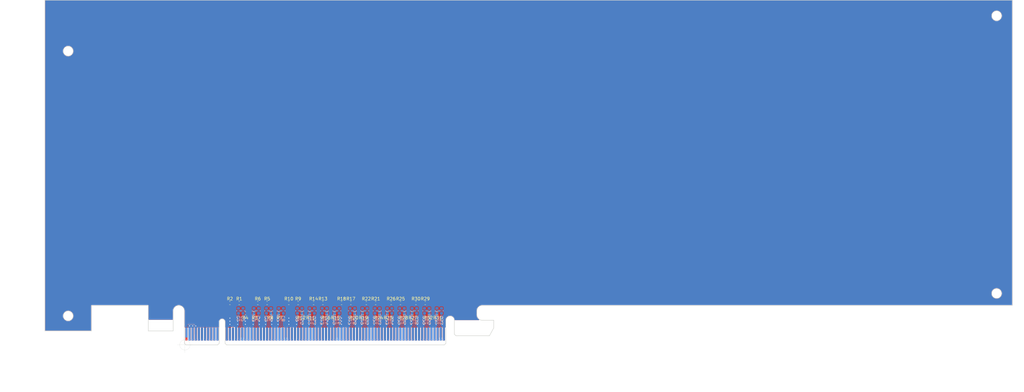
<source format=kicad_pcb>
(kicad_pcb (version 20171130) (host pcbnew 5.1.3-ffb9f22~84~ubuntu16.04.1)
  (title_block (title PCIexpress_x16_full) (company "Author: Luca Anastasio"))
  (layers (0 F.Cu power) (1 In1.Cu power) (2 In2.Cu power) (31 B.Cu power) (34 B.Paste user) (35 F.Paste user) (36 B.SilkS user) (37 F.SilkS user) (38 B.Mask user) (39 F.Mask user) (44 Edge.Cuts user))
  (net 0 "")
  (net 1 GND)
  (net 2 "Net-(J2-PadA50)")
  (net 3 "Net-(J2-PadB82)")
  (net 4 "Net-(J2-PadA33)")
  (net 5 "Net-(J2-PadA32)")
  (net 6 "Net-(J2-PadA19)")
  (net 7 +12V)
  (net 8 +3V3)
  (net 9 +3.3VA)
  (net 10 "Net-(J2-PadB12)")
  (net 11 "Net-(J2-PadB30)")
  (net 12 /PER0_P)
  (net 13 /PER0_N)
  (net 14 /PER1_P)
  (net 15 /PER1_N)
  (net 16 /PER2_P)
  (net 17 /PER2_N)
  (net 18 /PER3_P)
  (net 19 /PER3_N)
  (net 20 /PER4_P)
  (net 21 /PER4_N)
  (net 22 /PER5_P)
  (net 23 /PER5_N)
  (net 24 /PER6_P)
  (net 25 /PER6_N)
  (net 26 /PER7_P)
  (net 27 /PER7_N)
  (net 28 /PER8_P)
  (net 29 /PER8_N)
  (net 30 /PER9_P)
  (net 31 /PER9_N)
  (net 32 /PER10_P)
  (net 33 /PER10_N)
  (net 34 /PER11_P)
  (net 35 /PER11_N)
  (net 36 /PER12_P)
  (net 37 /PER12_N)
  (net 38 /PER13_P)
  (net 39 /PER13_N)
  (net 40 /PER14_P)
  (net 41 /PER14_N)
  (net 42 /PER15_P)
  (net 43 /PER15_N)
  (net 44 /~PRSNT2x16)
  (net 45 /PET15_N)
  (net 46 /PET15_P)
  (net 47 /PET14_N)
  (net 48 /PET14_P)
  (net 49 /PET13_N)
  (net 50 /PET13_P)
  (net 51 /PET12_N)
  (net 52 /PET12_P)
  (net 53 /PET11_N)
  (net 54 /PET11_P)
  (net 55 /PET10_N)
  (net 56 /PET10_P)
  (net 57 /PET9_N)
  (net 58 /PET9_P)
  (net 59 /PET8_N)
  (net 60 /PET8_P)
  (net 61 /~PRSNT2x8)
  (net 62 /PET7_N)
  (net 63 /PET7_P)
  (net 64 /PET6_N)
  (net 65 /PET6_P)
  (net 66 /PET5_N)
  (net 67 /PET5_P)
  (net 68 /PET4_N)
  (net 69 /PET4_P)
  (net 70 /~PRSNT2x4)
  (net 71 /PET3_N)
  (net 72 /PET3_P)
  (net 73 /PET2_N)
  (net 74 /PET2_P)
  (net 75 /PET1_N)
  (net 76 /PET1_P)
  (net 77 /SMCLK)
  (net 78 /SMDAT)
  (net 79 /~TRST)
  (net 80 /~WAKE)
  (net 81 /PET0_P)
  (net 82 /PET0_N)
  (net 83 /~PRSNT2x1)
  (net 84 /~PRSNT1)
  (net 85 /TCK)
  (net 86 /TDI)
  (net 87 /TDO)
  (net 88 /TMS)
  (net 89 /~PERST)
  (net 90 /REFCLK-)
  (net 91 /REFCLK+)
  (net 92 /PCIexpress_connector/_PER0_P)
  (net 93 /PCIexpress_connector/_PER0_N)
  (net 94 /PCIexpress_connector/_PER1_P)
  (net 95 /PCIexpress_connector/_PER1_N)
  (net 96 /PCIexpress_connector/_PER2_P)
  (net 97 /PCIexpress_connector/_PER2_N)
  (net 98 /PCIexpress_connector/_PER3_P)
  (net 99 /PCIexpress_connector/_PER3_N)
  (net 100 /PCIexpress_connector/_PER4_P)
  (net 101 /PCIexpress_connector/_PER4_N)
  (net 102 /PCIexpress_connector/_PER5_P)
  (net 103 /PCIexpress_connector/_PER5_N)
  (net 104 /PCIexpress_connector/_PER6_P)
  (net 105 /PCIexpress_connector/_PER6_N)
  (net 106 /PCIexpress_connector/_PER7_P)
  (net 107 /PCIexpress_connector/_PER7_N)
  (net 108 /PCIexpress_connector/_PER8_P)
  (net 109 /PCIexpress_connector/_PER8_N)
  (net 110 /PCIexpress_connector/_PER9_P)
  (net 111 /PCIexpress_connector/_PER9_N)
  (net 112 /PCIexpress_connector/_PER10_P)
  (net 113 /PCIexpress_connector/_PER10_N)
  (net 114 /PCIexpress_connector/_PER11_P)
  (net 115 /PCIexpress_connector/_PER11_N)
  (net 116 /PCIexpress_connector/_PER12_P)
  (net 117 /PCIexpress_connector/_PER12_N)
  (net 118 /PCIexpress_connector/_PER13_P)
  (net 119 /PCIexpress_connector/_PER13_N)
  (net 120 /PCIexpress_connector/_PER14_P)
  (net 121 /PCIexpress_connector/_PER14_N)
  (net 122 /PCIexpress_connector/_PER15_P)
  (net 123 /PCIexpress_connector/_PER15_N)
  (module PCIexpress:PCIexpress_x16 (layer F.Cu) (at 109.625 194.125)
    (fp_text reference J2 hide)
    (fp_text value PCIexpress_x16)
    (pad A82 connect rect (at 83.5 -3.5) (size 0.7 4.2) (layers B.Cu) (net 1 GND))
    (pad A81 connect rect (at 82.5 -3.5) (size 0.7 4.2) (layers B.Cu) (net 123 /PCIexpress_connector/_PER15_N))
    (pad A80 connect rect (at 81.5 -3.5) (size 0.7 4.2) (layers B.Cu) (net 122 /PCIexpress_connector/_PER15_P))
    (pad A79 connect rect (at 80.5 -3.5) (size 0.7 4.2) (layers B.Cu) (net 1 GND))
    (pad A78 connect rect (at 79.5 -3.5) (size 0.7 4.2) (layers B.Cu) (net 1 GND))
    (pad A77 connect rect (at 78.5 -3.5) (size 0.7 4.2) (layers B.Cu) (net 121 /PCIexpress_connector/_PER14_N))
    (pad A76 connect rect (at 77.5 -3.5) (size 0.7 4.2) (layers B.Cu) (net 120 /PCIexpress_connector/_PER14_P))
    (pad A75 connect rect (at 76.5 -3.5) (size 0.7 4.2) (layers B.Cu) (net 1 GND))
    (pad A74 connect rect (at 75.5 -3.5) (size 0.7 4.2) (layers B.Cu) (net 1 GND))
    (pad A73 connect rect (at 74.5 -3.5) (size 0.7 4.2) (layers B.Cu) (net 119 /PCIexpress_connector/_PER13_N))
    (pad A72 connect rect (at 73.5 -3.5) (size 0.7 4.2) (layers B.Cu) (net 118 /PCIexpress_connector/_PER13_P))
    (pad A71 connect rect (at 72.5 -3.5) (size 0.7 4.2) (layers B.Cu) (net 1 GND))
    (pad A70 connect rect (at 71.5 -3.5) (size 0.7 4.2) (layers B.Cu) (net 1 GND))
    (pad A69 connect rect (at 70.5 -3.5) (size 0.7 4.2) (layers B.Cu) (net 117 /PCIexpress_connector/_PER12_N))
    (pad A68 connect rect (at 69.5 -3.5) (size 0.7 4.2) (layers B.Cu) (net 116 /PCIexpress_connector/_PER12_P))
    (pad A67 connect rect (at 68.5 -3.5) (size 0.7 4.2) (layers B.Cu) (net 1 GND))
    (pad A66 connect rect (at 67.5 -3.5) (size 0.7 4.2) (layers B.Cu) (net 1 GND))
    (pad A65 connect rect (at 66.5 -3.5) (size 0.7 4.2) (layers B.Cu) (net 115 /PCIexpress_connector/_PER11_N))
    (pad A64 connect rect (at 65.5 -3.5) (size 0.7 4.2) (layers B.Cu) (net 114 /PCIexpress_connector/_PER11_P))
    (pad A63 connect rect (at 64.5 -3.5) (size 0.7 4.2) (layers B.Cu) (net 1 GND))
    (pad A62 connect rect (at 63.5 -3.5) (size 0.7 4.2) (layers B.Cu) (net 1 GND))
    (pad A61 connect rect (at 62.5 -3.5) (size 0.7 4.2) (layers B.Cu) (net 113 /PCIexpress_connector/_PER10_N))
    (pad A60 connect rect (at 61.5 -3.5) (size 0.7 4.2) (layers B.Cu) (net 112 /PCIexpress_connector/_PER10_P))
    (pad A59 connect rect (at 60.5 -3.5) (size 0.7 4.2) (layers B.Cu) (net 1 GND))
    (pad A58 connect rect (at 59.5 -3.5) (size 0.7 4.2) (layers B.Cu) (net 1 GND))
    (pad A57 connect rect (at 58.5 -3.5) (size 0.7 4.2) (layers B.Cu) (net 111 /PCIexpress_connector/_PER9_N))
    (pad A56 connect rect (at 57.5 -3.5) (size 0.7 4.2) (layers B.Cu) (net 110 /PCIexpress_connector/_PER9_P))
    (pad A55 connect rect (at 56.5 -3.5) (size 0.7 4.2) (layers B.Cu) (net 1 GND))
    (pad A54 connect rect (at 55.5 -3.5) (size 0.7 4.2) (layers B.Cu) (net 1 GND))
    (pad A53 connect rect (at 54.5 -3.5) (size 0.7 4.2) (layers B.Cu) (net 109 /PCIexpress_connector/_PER8_N))
    (pad A52 connect rect (at 53.5 -3.5) (size 0.7 4.2) (layers B.Cu) (net 108 /PCIexpress_connector/_PER8_P))
    (pad A51 connect rect (at 52.5 -3.5) (size 0.7 4.2) (layers B.Cu) (net 1 GND))
    (pad A50 connect rect (at 51.5 -3.5) (size 0.7 4.2) (layers B.Cu) (net 2 "Net-(J2-PadA50)"))
    (pad B82 connect rect (at 83.5 -3.5) (size 0.7 4.2) (layers F.Cu) (net 3 "Net-(J2-PadB82)"))
    (pad B81 connect rect (at 82.5 -4) (size 0.7 3.2) (layers F.Cu) (net 44 /~PRSNT2x16))
    (pad B80 connect rect (at 81.5 -3.5) (size 0.7 4.2) (layers F.Cu) (net 1 GND))
    (pad B79 connect rect (at 80.5 -3.5) (size 0.7 4.2) (layers F.Cu) (net 45 /PET15_N))
    (pad B78 connect rect (at 79.5 -3.5) (size 0.7 4.2) (layers F.Cu) (net 46 /PET15_P))
    (pad B77 connect rect (at 78.5 -3.5) (size 0.7 4.2) (layers F.Cu) (net 1 GND))
    (pad B76 connect rect (at 77.5 -3.5) (size 0.7 4.2) (layers F.Cu) (net 1 GND))
    (pad B75 connect rect (at 76.5 -3.5) (size 0.7 4.2) (layers F.Cu) (net 47 /PET14_N))
    (pad B74 connect rect (at 75.5 -3.5) (size 0.7 4.2) (layers F.Cu) (net 48 /PET14_P))
    (pad B73 connect rect (at 74.5 -3.5) (size 0.7 4.2) (layers F.Cu) (net 1 GND))
    (pad B72 connect rect (at 73.5 -3.5) (size 0.7 4.2) (layers F.Cu) (net 1 GND))
    (pad B71 connect rect (at 72.5 -3.5) (size 0.7 4.2) (layers F.Cu) (net 49 /PET13_N))
    (pad B70 connect rect (at 71.5 -3.5) (size 0.7 4.2) (layers F.Cu) (net 50 /PET13_P))
    (pad B69 connect rect (at 70.5 -3.5) (size 0.7 4.2) (layers F.Cu) (net 1 GND))
    (pad B68 connect rect (at 69.5 -3.5) (size 0.7 4.2) (layers F.Cu) (net 1 GND))
    (pad B67 connect rect (at 68.5 -3.5) (size 0.7 4.2) (layers F.Cu) (net 51 /PET12_N))
    (pad B66 connect rect (at 67.5 -3.5) (size 0.7 4.2) (layers F.Cu) (net 52 /PET12_P))
    (pad B65 connect rect (at 66.5 -3.5) (size 0.7 4.2) (layers F.Cu) (net 1 GND))
    (pad B64 connect rect (at 65.5 -3.5) (size 0.7 4.2) (layers F.Cu) (net 1 GND))
    (pad B63 connect rect (at 64.5 -3.5) (size 0.7 4.2) (layers F.Cu) (net 53 /PET11_N))
    (pad B62 connect rect (at 63.5 -3.5) (size 0.7 4.2) (layers F.Cu) (net 54 /PET11_P))
    (pad B61 connect rect (at 62.5 -3.5) (size 0.7 4.2) (layers F.Cu) (net 1 GND))
    (pad B60 connect rect (at 61.5 -3.5) (size 0.7 4.2) (layers F.Cu) (net 1 GND))
    (pad B59 connect rect (at 60.5 -3.5) (size 0.7 4.2) (layers F.Cu) (net 55 /PET10_N))
    (pad B58 connect rect (at 59.5 -3.5) (size 0.7 4.2) (layers F.Cu) (net 56 /PET10_P))
    (pad B57 connect rect (at 58.5 -3.5) (size 0.7 4.2) (layers F.Cu) (net 1 GND))
    (pad B56 connect rect (at 57.5 -3.5) (size 0.7 4.2) (layers F.Cu) (net 1 GND))
    (pad B55 connect rect (at 56.5 -3.5) (size 0.7 4.2) (layers F.Cu) (net 57 /PET9_N))
    (pad B54 connect rect (at 55.5 -3.5) (size 0.7 4.2) (layers F.Cu) (net 58 /PET9_P))
    (pad B53 connect rect (at 54.5 -3.5) (size 0.7 4.2) (layers F.Cu) (net 1 GND))
    (pad B52 connect rect (at 53.5 -3.5) (size 0.7 4.2) (layers F.Cu) (net 1 GND))
    (pad B51 connect rect (at 52.5 -3.5) (size 0.7 4.2) (layers F.Cu) (net 59 /PET8_N))
    (pad B50 connect rect (at 51.5 -3.5) (size 0.7 4.2) (layers F.Cu) (net 60 /PET8_P))
    (pad B49 connect rect (at 50.5 -3.5) (size 0.7 4.2) (layers F.Cu) (net 1 GND))
    (pad B48 connect rect (at 49.5 -4) (size 0.7 3.2) (layers F.Cu) (net 61 /~PRSNT2x8))
    (pad B47 connect rect (at 48.5 -3.5) (size 0.7 4.2) (layers F.Cu) (net 1 GND))
    (pad B46 connect rect (at 47.5 -3.5) (size 0.7 4.2) (layers F.Cu) (net 62 /PET7_N))
    (pad B45 connect rect (at 46.5 -3.5) (size 0.7 4.2) (layers F.Cu) (net 63 /PET7_P))
    (pad B44 connect rect (at 45.5 -3.5) (size 0.7 4.2) (layers F.Cu) (net 1 GND))
    (pad B43 connect rect (at 44.5 -3.5) (size 0.7 4.2) (layers F.Cu) (net 1 GND))
    (pad B42 connect rect (at 43.5 -3.5) (size 0.7 4.2) (layers F.Cu) (net 64 /PET6_N))
    (pad B41 connect rect (at 42.5 -3.5) (size 0.7 4.2) (layers F.Cu) (net 65 /PET6_P))
    (pad B40 connect rect (at 41.5 -3.5) (size 0.7 4.2) (layers F.Cu) (net 1 GND))
    (pad B39 connect rect (at 40.5 -3.5) (size 0.7 4.2) (layers F.Cu) (net 1 GND))
    (pad B38 connect rect (at 39.5 -3.5) (size 0.7 4.2) (layers F.Cu) (net 66 /PET5_N))
    (pad B37 connect rect (at 38.5 -3.5) (size 0.7 4.2) (layers F.Cu) (net 67 /PET5_P))
    (pad B36 connect rect (at 37.5 -3.5) (size 0.7 4.2) (layers F.Cu) (net 1 GND))
    (pad B35 connect rect (at 36.5 -3.5) (size 0.7 4.2) (layers F.Cu) (net 1 GND))
    (pad B34 connect rect (at 35.5 -3.5) (size 0.7 4.2) (layers F.Cu) (net 68 /PET4_N))
    (pad B33 connect rect (at 34.5 -3.5) (size 0.7 4.2) (layers F.Cu) (net 69 /PET4_P))
    (pad A49 connect rect (at 50.5 -3.5) (size 0.7 4.2) (layers B.Cu) (net 1 GND))
    (pad A48 connect rect (at 49.5 -3.5) (size 0.7 4.2) (layers B.Cu) (net 107 /PCIexpress_connector/_PER7_N))
    (pad A47 connect rect (at 48.5 -3.5) (size 0.7 4.2) (layers B.Cu) (net 106 /PCIexpress_connector/_PER7_P))
    (pad A46 connect rect (at 47.5 -3.5) (size 0.7 4.2) (layers B.Cu) (net 1 GND))
    (pad A45 connect rect (at 46.5 -3.5) (size 0.7 4.2) (layers B.Cu) (net 1 GND))
    (pad A44 connect rect (at 45.5 -3.5) (size 0.7 4.2) (layers B.Cu) (net 105 /PCIexpress_connector/_PER6_N))
    (pad A43 connect rect (at 44.5 -3.5) (size 0.7 4.2) (layers B.Cu) (net 104 /PCIexpress_connector/_PER6_P))
    (pad A42 connect rect (at 43.5 -3.5) (size 0.7 4.2) (layers B.Cu) (net 1 GND))
    (pad A41 connect rect (at 42.5 -3.5) (size 0.7 4.2) (layers B.Cu) (net 1 GND))
    (pad A40 connect rect (at 41.5 -3.5) (size 0.7 4.2) (layers B.Cu) (net 103 /PCIexpress_connector/_PER5_N))
    (pad A39 connect rect (at 40.5 -3.5) (size 0.7 4.2) (layers B.Cu) (net 102 /PCIexpress_connector/_PER5_P))
    (pad A38 connect rect (at 39.5 -3.5) (size 0.7 4.2) (layers B.Cu) (net 1 GND))
    (pad A37 connect rect (at 38.5 -3.5) (size 0.7 4.2) (layers B.Cu) (net 1 GND))
    (pad A36 connect rect (at 37.5 -3.5) (size 0.7 4.2) (layers B.Cu) (net 101 /PCIexpress_connector/_PER4_N))
    (pad A35 connect rect (at 36.5 -3.5) (size 0.7 4.2) (layers B.Cu) (net 100 /PCIexpress_connector/_PER4_P))
    (pad A34 connect rect (at 35.5 -3.5) (size 0.7 4.2) (layers B.Cu) (net 1 GND))
    (pad A33 connect rect (at 34.5 -3.5) (size 0.7 4.2) (layers B.Cu) (net 4 "Net-(J2-PadA33)"))
    (pad A32 connect rect (at 33.5 -3.5) (size 0.7 4.2) (layers B.Cu) (net 5 "Net-(J2-PadA32)"))
    (pad A31 connect rect (at 32.5 -3.5) (size 0.7 4.2) (layers B.Cu) (net 1 GND))
    (pad A30 connect rect (at 31.5 -3.5) (size 0.7 4.2) (layers B.Cu) (net 99 /PCIexpress_connector/_PER3_N))
    (pad A29 connect rect (at 30.5 -3.5) (size 0.7 4.2) (layers B.Cu) (net 98 /PCIexpress_connector/_PER3_P))
    (pad A28 connect rect (at 29.5 -3.5) (size 0.7 4.2) (layers B.Cu) (net 1 GND))
    (pad A27 connect rect (at 28.5 -3.5) (size 0.7 4.2) (layers B.Cu) (net 1 GND))
    (pad A26 connect rect (at 27.5 -3.5) (size 0.7 4.2) (layers B.Cu) (net 97 /PCIexpress_connector/_PER2_N))
    (pad A25 connect rect (at 26.5 -3.5) (size 0.7 4.2) (layers B.Cu) (net 96 /PCIexpress_connector/_PER2_P))
    (pad A24 connect rect (at 25.5 -3.5) (size 0.7 4.2) (layers B.Cu) (net 1 GND))
    (pad A23 connect rect (at 24.5 -3.5) (size 0.7 4.2) (layers B.Cu) (net 1 GND))
    (pad A22 connect rect (at 23.5 -3.5) (size 0.7 4.2) (layers B.Cu) (net 95 /PCIexpress_connector/_PER1_N))
    (pad A21 connect rect (at 22.5 -3.5) (size 0.7 4.2) (layers B.Cu) (net 94 /PCIexpress_connector/_PER1_P))
    (pad A20 connect rect (at 21.5 -3.5) (size 0.7 4.2) (layers B.Cu) (net 1 GND))
    (pad B32 connect rect (at 33.5 -3.5) (size 0.7 4.2) (layers F.Cu) (net 1 GND))
    (pad B31 connect rect (at 32.5 -4) (size 0.7 3.2) (layers F.Cu) (net 70 /~PRSNT2x4))
    (pad B30 connect rect (at 31.5 -3.5) (size 0.7 4.2) (layers F.Cu) (net 11 "Net-(J2-PadB30)"))
    (pad B29 connect rect (at 30.5 -3.5) (size 0.7 4.2) (layers F.Cu) (net 1 GND))
    (pad B28 connect rect (at 29.5 -3.5) (size 0.7 4.2) (layers F.Cu) (net 71 /PET3_N))
    (pad B27 connect rect (at 28.5 -3.5) (size 0.7 4.2) (layers F.Cu) (net 72 /PET3_P))
    (pad B26 connect rect (at 27.5 -3.5) (size 0.7 4.2) (layers F.Cu) (net 1 GND))
    (pad B25 connect rect (at 26.5 -3.5) (size 0.7 4.2) (layers F.Cu) (net 1 GND))
    (pad B24 connect rect (at 25.5 -3.5) (size 0.7 4.2) (layers F.Cu) (net 73 /PET2_N))
    (pad B23 connect rect (at 24.5 -3.5) (size 0.7 4.2) (layers F.Cu) (net 74 /PET2_P))
    (pad B22 connect rect (at 23.5 -3.5) (size 0.7 4.2) (layers F.Cu) (net 1 GND))
    (pad B21 connect rect (at 22.5 -3.5) (size 0.7 4.2) (layers F.Cu) (net 1 GND))
    (pad B20 connect rect (at 21.5 -3.5) (size 0.7 4.2) (layers F.Cu) (net 75 /PET1_N))
    (pad A19 connect rect (at 20.5 -3.5) (size 0.7 4.2) (layers B.Cu) (net 6 "Net-(J2-PadA19)"))
    (pad B19 connect rect (at 20.5 -3.5) (size 0.7 4.2) (layers F.Cu) (net 76 /PET1_P))
    (pad B1 connect rect (at 0.5 -3.5) (size 0.7 4.2) (layers F.Cu) (net 7 +12V))
    (pad B2 connect rect (at 1.5 -3.5) (size 0.7 4.2) (layers F.Cu) (net 7 +12V))
    (pad B3 connect rect (at 2.5 -3.5) (size 0.7 4.2) (layers F.Cu) (net 7 +12V))
    (pad B4 connect rect (at 3.5 -3.5) (size 0.7 4.2) (layers F.Cu) (net 1 GND))
    (pad B5 connect rect (at 4.5 -3.5) (size 0.7 4.2) (layers F.Cu) (net 77 /SMCLK))
    (pad B6 connect rect (at 5.5 -3.5) (size 0.7 4.2) (layers F.Cu) (net 78 /SMDAT))
    (pad B7 connect rect (at 6.5 -3.5) (size 0.7 4.2) (layers F.Cu) (net 1 GND))
    (pad B8 connect rect (at 7.5 -3.5) (size 0.7 4.2) (layers F.Cu) (net 8 +3V3))
    (pad B9 connect rect (at 8.5 -3.5) (size 0.7 4.2) (layers F.Cu) (net 79 /~TRST))
    (pad B10 connect rect (at 9.5 -3.5) (size 0.7 4.2) (layers F.Cu) (net 9 +3.3VA))
    (pad B11 connect rect (at 10.5 -3.5) (size 0.7 4.2) (layers F.Cu) (net 80 /~WAKE))
    (pad B14 connect rect (at 15.5 -3.5) (size 0.7 4.2) (layers F.Cu) (net 81 /PET0_P))
    (pad B15 connect rect (at 16.5 -3.5) (size 0.7 4.2) (layers F.Cu) (net 82 /PET0_N))
    (pad B16 connect rect (at 17.5 -3.5) (size 0.7 4.2) (layers F.Cu) (net 1 GND))
    (pad B17 connect rect (at 18.5 -4) (size 0.7 3.2) (layers F.Cu) (net 83 /~PRSNT2x1))
    (pad B18 connect rect (at 19.5 -3.5) (size 0.7 4.2) (layers F.Cu) (net 1 GND))
    (pad B12 connect rect (at 13.5 -3.5) (size 0.7 4.2) (layers F.Cu) (net 10 "Net-(J2-PadB12)"))
    (pad B13 connect rect (at 14.5 -3.5) (size 0.7 4.2) (layers F.Cu) (net 1 GND))
    (pad A1 connect rect (at 0.5 -4) (size 0.7 3.2) (layers B.Cu) (net 84 /~PRSNT1))
    (pad A2 connect rect (at 1.5 -3.5) (size 0.7 4.2) (layers B.Cu) (net 7 +12V))
    (pad A3 connect rect (at 2.5 -3.5) (size 0.7 4.2) (layers B.Cu) (net 7 +12V))
    (pad A4 connect rect (at 3.5 -3.5) (size 0.7 4.2) (layers B.Cu) (net 1 GND))
    (pad A5 connect rect (at 4.5 -3.5) (size 0.7 4.2) (layers B.Cu) (net 85 /TCK))
    (pad A6 connect rect (at 5.5 -3.5) (size 0.7 4.2) (layers B.Cu) (net 86 /TDI))
    (pad A7 connect rect (at 6.5 -3.5) (size 0.7 4.2) (layers B.Cu) (net 87 /TDO))
    (pad A8 connect rect (at 7.5 -3.5) (size 0.7 4.2) (layers B.Cu) (net 88 /TMS))
    (pad A9 connect rect (at 8.5 -3.5) (size 0.7 4.2) (layers B.Cu) (net 8 +3V3))
    (pad A10 connect rect (at 9.5 -3.5) (size 0.7 4.2) (layers B.Cu) (net 8 +3V3))
    (pad A11 connect rect (at 10.5 -3.5) (size 0.7 4.2) (layers B.Cu) (net 89 /~PERST))
    (pad A14 connect rect (at 15.5 -3.5) (size 0.7 4.2) (layers B.Cu) (net 90 /REFCLK-))
    (pad A15 connect rect (at 16.5 -3.5) (size 0.7 4.2) (layers B.Cu) (net 1 GND))
    (pad A16 connect rect (at 17.5 -3.5) (size 0.7 4.2) (layers B.Cu) (net 92 /PCIexpress_connector/_PER0_P))
    (pad A17 connect rect (at 18.5 -3.5) (size 0.7 4.2) (layers B.Cu) (net 93 /PCIexpress_connector/_PER0_N))
    (pad A18 connect rect (at 19.5 -3.5) (size 0.7 4.2) (layers B.Cu) (net 1 GND))
    (pad A12 connect rect (at 13.5 -3.5) (size 0.7 4.2) (layers B.Cu) (net 1 GND))
    (pad A13 connect rect (at 14.5 -3.5) (size 0.7 4.2) (layers B.Cu) (net 91 /REFCLK+))
  )
  (module Resistor_SMD:R_0603_1608Metric (layer F.Cu) (at 188.125 183.875 180)
    (fp_text reference R32 (at 0 -1.5) (layer F.SilkS))
    (fp_text value 49.9)
    (pad 2 smd roundrect (at 0.7875 0 180) (size 0.875 0.95) (layers F.Cu F.Paste F.Mask) (net 1 GND))
    (pad 1 smd roundrect (at -0.7875 0 180) (size 0.875 0.95) (layers F.Cu F.Paste F.Mask) (net 46 /PET15_P))
  )
  (module Resistor_SMD:R_0603_1608Metric (layer F.Cu) (at 191.125 183.875)
    (fp_text reference R31 (at 0 1.5) (layer F.SilkS))
    (fp_text value 49.9)
    (pad 2 smd roundrect (at 0.7875 0) (size 0.875 0.95) (layers F.Cu F.Paste F.Mask) (net 1 GND))
    (pad 1 smd roundrect (at -0.7875 0) (size 0.875 0.95) (layers F.Cu F.Paste F.Mask) (net 45 /PET15_N))
  )
  (module Resistor_SMD:R_0603_1608Metric (layer F.Cu) (at 184.125 180.625 180)
    (fp_text reference R30 (at 0 1.375) (layer F.SilkS))
    (fp_text value 49.9)
    (pad 2 smd roundrect (at 0.7875 0 180) (size 0.875 0.95) (layers F.Cu F.Paste F.Mask) (net 1 GND))
    (pad 1 smd roundrect (at -0.7875 0 180) (size 0.875 0.95) (layers F.Cu F.Paste F.Mask) (net 48 /PET14_P))
  )
  (module Resistor_SMD:R_0603_1608Metric (layer F.Cu) (at 187.125 180.625)
    (fp_text reference R29 (at 0 -1.375) (layer F.SilkS))
    (fp_text value 49.9)
    (pad 2 smd roundrect (at 0.7875 0) (size 0.875 0.95) (layers F.Cu F.Paste F.Mask) (net 1 GND))
    (pad 1 smd roundrect (at -0.7875 0) (size 0.875 0.95) (layers F.Cu F.Paste F.Mask) (net 47 /PET14_N))
  )
  (module Resistor_SMD:R_0603_1608Metric (layer F.Cu) (at 180.125 183.875 180)
    (fp_text reference R28 (at 0 -1.5) (layer F.SilkS))
    (fp_text value 49.9)
    (pad 2 smd roundrect (at 0.7875 0 180) (size 0.875 0.95) (layers F.Cu F.Paste F.Mask) (net 1 GND))
    (pad 1 smd roundrect (at -0.7875 0 180) (size 0.875 0.95) (layers F.Cu F.Paste F.Mask) (net 50 /PET13_P))
  )
  (module Resistor_SMD:R_0603_1608Metric (layer F.Cu) (at 183.125 183.875)
    (fp_text reference R27 (at 0 1.5) (layer F.SilkS))
    (fp_text value 49.9)
    (pad 2 smd roundrect (at 0.7875 0) (size 0.875 0.95) (layers F.Cu F.Paste F.Mask) (net 1 GND))
    (pad 1 smd roundrect (at -0.7875 0) (size 0.875 0.95) (layers F.Cu F.Paste F.Mask) (net 49 /PET13_N))
  )
  (module Resistor_SMD:R_0603_1608Metric (layer F.Cu) (at 176.125 180.625 180)
    (fp_text reference R26 (at 0 1.375) (layer F.SilkS))
    (fp_text value 49.9)
    (pad 2 smd roundrect (at 0.7875 0 180) (size 0.875 0.95) (layers F.Cu F.Paste F.Mask) (net 1 GND))
    (pad 1 smd roundrect (at -0.7875 0 180) (size 0.875 0.95) (layers F.Cu F.Paste F.Mask) (net 52 /PET12_P))
  )
  (module Resistor_SMD:R_0603_1608Metric (layer F.Cu) (at 179.135 180.625)
    (fp_text reference R25 (at -0.01 -1.375) (layer F.SilkS))
    (fp_text value 49.9)
    (pad 2 smd roundrect (at 0.7875 0) (size 0.875 0.95) (layers F.Cu F.Paste F.Mask) (net 1 GND))
    (pad 1 smd roundrect (at -0.7875 0) (size 0.875 0.95) (layers F.Cu F.Paste F.Mask) (net 51 /PET12_N))
  )
  (module Resistor_SMD:R_0603_1608Metric (layer F.Cu) (at 172.125 183.875 180)
    (fp_text reference R24 (at 0 -1.5) (layer F.SilkS))
    (fp_text value 49.9)
    (pad 2 smd roundrect (at 0.7875 0 180) (size 0.875 0.95) (layers F.Cu F.Paste F.Mask) (net 1 GND))
    (pad 1 smd roundrect (at -0.7875 0 180) (size 0.875 0.95) (layers F.Cu F.Paste F.Mask) (net 54 /PET11_P))
  )
  (module Resistor_SMD:R_0603_1608Metric (layer F.Cu) (at 175.125 183.875)
    (fp_text reference R23 (at 0 1.5) (layer F.SilkS))
    (fp_text value 49.9)
    (pad 2 smd roundrect (at 0.7875 0) (size 0.875 0.95) (layers F.Cu F.Paste F.Mask) (net 1 GND))
    (pad 1 smd roundrect (at -0.7875 0) (size 0.875 0.95) (layers F.Cu F.Paste F.Mask) (net 53 /PET11_N))
  )
  (module Resistor_SMD:R_0603_1608Metric (layer F.Cu) (at 168.125 180.625 180)
    (fp_text reference R22 (at 0 1.375) (layer F.SilkS))
    (fp_text value 49.9)
    (pad 2 smd roundrect (at 0.7875 0 180) (size 0.875 0.95) (layers F.Cu F.Paste F.Mask) (net 1 GND))
    (pad 1 smd roundrect (at -0.7875 0 180) (size 0.875 0.95) (layers F.Cu F.Paste F.Mask) (net 56 /PET10_P))
  )
  (module Resistor_SMD:R_0603_1608Metric (layer F.Cu) (at 171.125 180.625)
    (fp_text reference R21 (at 0 -1.375) (layer F.SilkS))
    (fp_text value 49.9)
    (pad 2 smd roundrect (at 0.7875 0) (size 0.875 0.95) (layers F.Cu F.Paste F.Mask) (net 1 GND))
    (pad 1 smd roundrect (at -0.7875 0) (size 0.875 0.95) (layers F.Cu F.Paste F.Mask) (net 55 /PET10_N))
  )
  (module Resistor_SMD:R_0603_1608Metric (layer F.Cu) (at 164.125 183.875 180)
    (fp_text reference R20 (at 0 -1.5) (layer F.SilkS))
    (fp_text value 49.9)
    (pad 2 smd roundrect (at 0.7875 0 180) (size 0.875 0.95) (layers F.Cu F.Paste F.Mask) (net 1 GND))
    (pad 1 smd roundrect (at -0.7875 0 180) (size 0.875 0.95) (layers F.Cu F.Paste F.Mask) (net 58 /PET9_P))
  )
  (module Resistor_SMD:R_0603_1608Metric (layer F.Cu) (at 167.125 183.875)
    (fp_text reference R19 (at 0 1.5) (layer F.SilkS))
    (fp_text value 49.9)
    (pad 2 smd roundrect (at 0.7875 0) (size 0.875 0.95) (layers F.Cu F.Paste F.Mask) (net 1 GND))
    (pad 1 smd roundrect (at -0.7875 0) (size 0.875 0.95) (layers F.Cu F.Paste F.Mask) (net 57 /PET9_N))
  )
  (module Resistor_SMD:R_0603_1608Metric (layer F.Cu) (at 160.125 180.625 180)
    (fp_text reference R18 (at 0 1.375) (layer F.SilkS))
    (fp_text value 49.9)
    (pad 2 smd roundrect (at 0.7875 0 180) (size 0.875 0.95) (layers F.Cu F.Paste F.Mask) (net 1 GND))
    (pad 1 smd roundrect (at -0.7875 0 180) (size 0.875 0.95) (layers F.Cu F.Paste F.Mask) (net 60 /PET8_P))
  )
  (module Resistor_SMD:R_0603_1608Metric (layer F.Cu) (at 163.125 180.625)
    (fp_text reference R17 (at 0 -1.375) (layer F.SilkS))
    (fp_text value 49.9)
    (pad 2 smd roundrect (at 0.7875 0) (size 0.875 0.95) (layers F.Cu F.Paste F.Mask) (net 1 GND))
    (pad 1 smd roundrect (at -0.7875 0) (size 0.875 0.95) (layers F.Cu F.Paste F.Mask) (net 59 /PET8_N))
  )
  (module Resistor_SMD:R_0603_1608Metric (layer F.Cu) (at 155.125 183.875 180)
    (fp_text reference R16 (at 0 -1.5) (layer F.SilkS))
    (fp_text value 49.9)
    (pad 2 smd roundrect (at 0.7875 0 180) (size 0.875 0.95) (layers F.Cu F.Paste F.Mask) (net 1 GND))
    (pad 1 smd roundrect (at -0.7875 0 180) (size 0.875 0.95) (layers F.Cu F.Paste F.Mask) (net 63 /PET7_P))
  )
  (module Resistor_SMD:R_0603_1608Metric (layer F.Cu) (at 158.125 183.875)
    (fp_text reference R15 (at 0 1.5) (layer F.SilkS))
    (fp_text value 49.9)
    (pad 2 smd roundrect (at 0.7875 0) (size 0.875 0.95) (layers F.Cu F.Paste F.Mask) (net 1 GND))
    (pad 1 smd roundrect (at -0.7875 0) (size 0.875 0.95) (layers F.Cu F.Paste F.Mask) (net 62 /PET7_N))
  )
  (module Resistor_SMD:R_0603_1608Metric (layer F.Cu) (at 151.125 180.625 180)
    (fp_text reference R14 (at 0 1.375) (layer F.SilkS))
    (fp_text value 49.9)
    (pad 2 smd roundrect (at 0.7875 0 180) (size 0.875 0.95) (layers F.Cu F.Paste F.Mask) (net 1 GND))
    (pad 1 smd roundrect (at -0.7875 0 180) (size 0.875 0.95) (layers F.Cu F.Paste F.Mask) (net 65 /PET6_P))
  )
  (module Resistor_SMD:R_0603_1608Metric (layer F.Cu) (at 154.125 180.625)
    (fp_text reference R13 (at 0 -1.375) (layer F.SilkS))
    (fp_text value 49.9)
    (pad 2 smd roundrect (at 0.7875 0) (size 0.875 0.95) (layers F.Cu F.Paste F.Mask) (net 1 GND))
    (pad 1 smd roundrect (at -0.7875 0) (size 0.875 0.95) (layers F.Cu F.Paste F.Mask) (net 64 /PET6_N))
  )
  (module Resistor_SMD:R_0603_1608Metric (layer F.Cu) (at 147.125 183.875 180)
    (fp_text reference R12 (at 0 -1.5) (layer F.SilkS))
    (fp_text value 49.9)
    (pad 2 smd roundrect (at 0.7875 0 180) (size 0.875 0.95) (layers F.Cu F.Paste F.Mask) (net 1 GND))
    (pad 1 smd roundrect (at -0.7875 0 180) (size 0.875 0.95) (layers F.Cu F.Paste F.Mask) (net 67 /PET5_P))
  )
  (module Resistor_SMD:R_0603_1608Metric (layer F.Cu) (at 150.125 183.875)
    (fp_text reference R11 (at 0 1.5) (layer F.SilkS))
    (fp_text value 49.9)
    (pad 2 smd roundrect (at 0.7875 0) (size 0.875 0.95) (layers F.Cu F.Paste F.Mask) (net 1 GND))
    (pad 1 smd roundrect (at -0.7875 0) (size 0.875 0.95) (layers F.Cu F.Paste F.Mask) (net 66 /PET5_N))
  )
  (module Resistor_SMD:R_0603_1608Metric (layer F.Cu) (at 143.125 180.625 180)
    (fp_text reference R10 (at 0 1.375) (layer F.SilkS))
    (fp_text value 49.9)
    (pad 2 smd roundrect (at 0.7875 0 180) (size 0.875 0.95) (layers F.Cu F.Paste F.Mask) (net 1 GND))
    (pad 1 smd roundrect (at -0.7875 0 180) (size 0.875 0.95) (layers F.Cu F.Paste F.Mask) (net 69 /PET4_P))
  )
  (module Resistor_SMD:R_0603_1608Metric (layer F.Cu) (at 146.125 180.625)
    (fp_text reference R9 (at 0 -1.375) (layer F.SilkS))
    (fp_text value 49.9)
    (pad 2 smd roundrect (at 0.7875 0) (size 0.875 0.95) (layers F.Cu F.Paste F.Mask) (net 1 GND))
    (pad 1 smd roundrect (at -0.7875 0) (size 0.875 0.95) (layers F.Cu F.Paste F.Mask) (net 68 /PET4_N))
  )
  (module Resistor_SMD:R_0603_1608Metric (layer F.Cu) (at 137.125 183.875 180)
    (fp_text reference R8 (at 0 -1.5) (layer F.SilkS))
    (fp_text value 49.9)
    (pad 2 smd roundrect (at 0.7875 0 180) (size 0.875 0.95) (layers F.Cu F.Paste F.Mask) (net 1 GND))
    (pad 1 smd roundrect (at -0.7875 0 180) (size 0.875 0.95) (layers F.Cu F.Paste F.Mask) (net 72 /PET3_P))
  )
  (module Resistor_SMD:R_0603_1608Metric (layer F.Cu) (at 140.125 183.875)
    (fp_text reference R7 (at 0 1.5) (layer F.SilkS))
    (fp_text value 49.9)
    (pad 2 smd roundrect (at 0.7875 0) (size 0.875 0.95) (layers F.Cu F.Paste F.Mask) (net 1 GND))
    (pad 1 smd roundrect (at -0.7875 0) (size 0.875 0.95) (layers F.Cu F.Paste F.Mask) (net 71 /PET3_N))
  )
  (module Resistor_SMD:R_0603_1608Metric (layer F.Cu) (at 133.125 180.625 180)
    (fp_text reference R6 (at 0 1.375) (layer F.SilkS))
    (fp_text value 49.9)
    (pad 2 smd roundrect (at 0.7875 0 180) (size 0.875 0.95) (layers F.Cu F.Paste F.Mask) (net 1 GND))
    (pad 1 smd roundrect (at -0.7875 0 180) (size 0.875 0.95) (layers F.Cu F.Paste F.Mask) (net 74 /PET2_P))
  )
  (module Resistor_SMD:R_0603_1608Metric (layer F.Cu) (at 136.125 180.625)
    (fp_text reference R5 (at 0 -1.375) (layer F.SilkS))
    (fp_text value 49.9)
    (pad 2 smd roundrect (at 0.7875 0) (size 0.875 0.95) (layers F.Cu F.Paste F.Mask) (net 1 GND))
    (pad 1 smd roundrect (at -0.7875 0) (size 0.875 0.95) (layers F.Cu F.Paste F.Mask) (net 73 /PET2_N))
  )
  (module Resistor_SMD:R_0603_1608Metric (layer F.Cu) (at 129.125 183.875 180)
    (fp_text reference R4 (at 0 -1.5) (layer F.SilkS))
    (fp_text value 49.9)
    (pad 2 smd roundrect (at 0.7875 0 180) (size 0.875 0.95) (layers F.Cu F.Paste F.Mask) (net 1 GND))
    (pad 1 smd roundrect (at -0.7875 0 180) (size 0.875 0.95) (layers F.Cu F.Paste F.Mask) (net 76 /PET1_P))
  )
  (module Resistor_SMD:R_0603_1608Metric (layer F.Cu) (at 132.125 183.875)
    (fp_text reference R3 (at 0 1.5) (layer F.SilkS))
    (fp_text value 49.9)
    (pad 2 smd roundrect (at 0.7875 0) (size 0.875 0.95) (layers F.Cu F.Paste F.Mask) (net 1 GND))
    (pad 1 smd roundrect (at -0.7875 0) (size 0.875 0.95) (layers F.Cu F.Paste F.Mask) (net 75 /PET1_N))
  )
  (module Capacitor_SMD:C_0603_1608Metric (layer B.Cu) (at 192.375 183.125 90)
    (fp_text reference C32 (at -3 0 90) (layer B.SilkS) (effects (justify mirror)))
    (fp_text value 100n)
    (pad 2 smd roundrect (at 0.7875 0 90) (size 0.875 0.95) (layers B.Cu B.Paste B.Mask) (net 43 /PER15_N))
    (pad 1 smd roundrect (at -0.7875 0 90) (size 0.875 0.95) (layers B.Cu B.Paste B.Mask) (net 123 /PCIexpress_connector/_PER15_N))
  )
  (module Capacitor_SMD:C_0603_1608Metric (layer B.Cu) (at 190.875 183.125 270)
    (fp_text reference C31 (at 3 0 90) (layer B.SilkS) (effects (justify mirror)))
    (fp_text value 100n)
    (pad 2 smd roundrect (at 0.7875 0 270) (size 0.875 0.95) (layers B.Cu B.Paste B.Mask) (net 122 /PCIexpress_connector/_PER15_P))
    (pad 1 smd roundrect (at -0.7875 0 270) (size 0.875 0.95) (layers B.Cu B.Paste B.Mask) (net 42 /PER15_P))
  )
  (module Capacitor_SMD:C_0603_1608Metric (layer B.Cu) (at 188.375 183.125 90)
    (fp_text reference C30 (at -3 0 90) (layer B.SilkS) (effects (justify mirror)))
    (fp_text value 100n)
    (pad 2 smd roundrect (at 0.7875 0 90) (size 0.875 0.95) (layers B.Cu B.Paste B.Mask) (net 41 /PER14_N))
    (pad 1 smd roundrect (at -0.7875 0 90) (size 0.875 0.95) (layers B.Cu B.Paste B.Mask) (net 121 /PCIexpress_connector/_PER14_N))
  )
  (module Capacitor_SMD:C_0603_1608Metric (layer B.Cu) (at 186.875 183.125 270)
    (fp_text reference C29 (at 3 0 90) (layer B.SilkS) (effects (justify mirror)))
    (fp_text value 100n)
    (pad 2 smd roundrect (at 0.7875 0 270) (size 0.875 0.95) (layers B.Cu B.Paste B.Mask) (net 120 /PCIexpress_connector/_PER14_P))
    (pad 1 smd roundrect (at -0.7875 0 270) (size 0.875 0.95) (layers B.Cu B.Paste B.Mask) (net 40 /PER14_P))
  )
  (module Capacitor_SMD:C_0603_1608Metric (layer B.Cu) (at 184.375 183.125 90)
    (fp_text reference C28 (at -3 0 90) (layer B.SilkS) (effects (justify mirror)))
    (fp_text value 100n)
    (pad 2 smd roundrect (at 0.7875 0 90) (size 0.875 0.95) (layers B.Cu B.Paste B.Mask) (net 39 /PER13_N))
    (pad 1 smd roundrect (at -0.7875 0 90) (size 0.875 0.95) (layers B.Cu B.Paste B.Mask) (net 119 /PCIexpress_connector/_PER13_N))
  )
  (module Capacitor_SMD:C_0603_1608Metric (layer B.Cu) (at 182.875 183.125 270)
    (fp_text reference C27 (at 3 0 90) (layer B.SilkS) (effects (justify mirror)))
    (fp_text value 100n)
    (pad 2 smd roundrect (at 0.7875 0 270) (size 0.875 0.95) (layers B.Cu B.Paste B.Mask) (net 118 /PCIexpress_connector/_PER13_P))
    (pad 1 smd roundrect (at -0.7875 0 270) (size 0.875 0.95) (layers B.Cu B.Paste B.Mask) (net 38 /PER13_P))
  )
  (module Capacitor_SMD:C_0603_1608Metric (layer B.Cu) (at 180.375 183.125 90)
    (fp_text reference C26 (at -3 0 90) (layer B.SilkS) (effects (justify mirror)))
    (fp_text value 100n)
    (pad 2 smd roundrect (at 0.7875 0 90) (size 0.875 0.95) (layers B.Cu B.Paste B.Mask) (net 37 /PER12_N))
    (pad 1 smd roundrect (at -0.7875 0 90) (size 0.875 0.95) (layers B.Cu B.Paste B.Mask) (net 117 /PCIexpress_connector/_PER12_N))
  )
  (module Capacitor_SMD:C_0603_1608Metric (layer B.Cu) (at 178.875 183.125 270)
    (fp_text reference C25 (at 3 0 90) (layer B.SilkS) (effects (justify mirror)))
    (fp_text value 100n)
    (pad 2 smd roundrect (at 0.7875 0 270) (size 0.875 0.95) (layers B.Cu B.Paste B.Mask) (net 116 /PCIexpress_connector/_PER12_P))
    (pad 1 smd roundrect (at -0.7875 0 270) (size 0.875 0.95) (layers B.Cu B.Paste B.Mask) (net 36 /PER12_P))
  )
  (module Capacitor_SMD:C_0603_1608Metric (layer B.Cu) (at 176.375 183.125 90)
    (fp_text reference C24 (at -3 0 90) (layer B.SilkS) (effects (justify mirror)))
    (fp_text value 100n)
    (pad 2 smd roundrect (at 0.7875 0 90) (size 0.875 0.95) (layers B.Cu B.Paste B.Mask) (net 35 /PER11_N))
    (pad 1 smd roundrect (at -0.7875 0 90) (size 0.875 0.95) (layers B.Cu B.Paste B.Mask) (net 115 /PCIexpress_connector/_PER11_N))
  )
  (module Capacitor_SMD:C_0603_1608Metric (layer B.Cu) (at 174.875 183.125 270)
    (fp_text reference C23 (at 3 0 90) (layer B.SilkS) (effects (justify mirror)))
    (fp_text value 100n)
    (pad 2 smd roundrect (at 0.7875 0 270) (size 0.875 0.95) (layers B.Cu B.Paste B.Mask) (net 114 /PCIexpress_connector/_PER11_P))
    (pad 1 smd roundrect (at -0.7875 0 270) (size 0.875 0.95) (layers B.Cu B.Paste B.Mask) (net 34 /PER11_P))
  )
  (module Capacitor_SMD:C_0603_1608Metric (layer B.Cu) (at 172.375 183.125 90)
    (fp_text reference C22 (at -3 0 90) (layer B.SilkS) (effects (justify mirror)))
    (fp_text value 100n)
    (pad 2 smd roundrect (at 0.7875 0 90) (size 0.875 0.95) (layers B.Cu B.Paste B.Mask) (net 33 /PER10_N))
    (pad 1 smd roundrect (at -0.7875 0 90) (size 0.875 0.95) (layers B.Cu B.Paste B.Mask) (net 113 /PCIexpress_connector/_PER10_N))
  )
  (module Capacitor_SMD:C_0603_1608Metric (layer B.Cu) (at 170.875 183.125 270)
    (fp_text reference C21 (at 3 0 90) (layer B.SilkS) (effects (justify mirror)))
    (fp_text value 100n)
    (pad 2 smd roundrect (at 0.7875 0 270) (size 0.875 0.95) (layers B.Cu B.Paste B.Mask) (net 112 /PCIexpress_connector/_PER10_P))
    (pad 1 smd roundrect (at -0.7875 0 270) (size 0.875 0.95) (layers B.Cu B.Paste B.Mask) (net 32 /PER10_P))
  )
  (module Capacitor_SMD:C_0603_1608Metric (layer B.Cu) (at 168.375 183.125 90)
    (fp_text reference C20 (at -3 0 90) (layer B.SilkS) (effects (justify mirror)))
    (fp_text value 100n)
    (pad 2 smd roundrect (at 0.7875 0 90) (size 0.875 0.95) (layers B.Cu B.Paste B.Mask) (net 31 /PER9_N))
    (pad 1 smd roundrect (at -0.7875 0 90) (size 0.875 0.95) (layers B.Cu B.Paste B.Mask) (net 111 /PCIexpress_connector/_PER9_N))
  )
  (module Capacitor_SMD:C_0603_1608Metric (layer B.Cu) (at 166.875 183.125 270)
    (fp_text reference C19 (at 3 0 90) (layer B.SilkS) (effects (justify mirror)))
    (fp_text value 100n)
    (pad 2 smd roundrect (at 0.7875 0 270) (size 0.875 0.95) (layers B.Cu B.Paste B.Mask) (net 110 /PCIexpress_connector/_PER9_P))
    (pad 1 smd roundrect (at -0.7875 0 270) (size 0.875 0.95) (layers B.Cu B.Paste B.Mask) (net 30 /PER9_P))
  )
  (module Capacitor_SMD:C_0603_1608Metric (layer B.Cu) (at 164.375 183.125 90)
    (fp_text reference C18 (at -3 0 90) (layer B.SilkS) (effects (justify mirror)))
    (fp_text value 100n)
    (pad 2 smd roundrect (at 0.7875 0 90) (size 0.875 0.95) (layers B.Cu B.Paste B.Mask) (net 29 /PER8_N))
    (pad 1 smd roundrect (at -0.7875 0 90) (size 0.875 0.95) (layers B.Cu B.Paste B.Mask) (net 109 /PCIexpress_connector/_PER8_N))
  )
  (module Capacitor_SMD:C_0603_1608Metric (layer B.Cu) (at 162.875 183.125 270)
    (fp_text reference C17 (at 3 0 90) (layer B.SilkS) (effects (justify mirror)))
    (fp_text value 100n)
    (pad 2 smd roundrect (at 0.7875 0 270) (size 0.875 0.95) (layers B.Cu B.Paste B.Mask) (net 108 /PCIexpress_connector/_PER8_P))
    (pad 1 smd roundrect (at -0.7875 0 270) (size 0.875 0.95) (layers B.Cu B.Paste B.Mask) (net 28 /PER8_P))
  )
  (module Capacitor_SMD:C_0603_1608Metric (layer B.Cu) (at 159.375 183.125 90)
    (fp_text reference C16 (at -3 0 90) (layer B.SilkS) (effects (justify mirror)))
    (fp_text value 100n)
    (pad 2 smd roundrect (at 0.7875 0 90) (size 0.875 0.95) (layers B.Cu B.Paste B.Mask) (net 27 /PER7_N))
    (pad 1 smd roundrect (at -0.7875 0 90) (size 0.875 0.95) (layers B.Cu B.Paste B.Mask) (net 107 /PCIexpress_connector/_PER7_N))
  )
  (module Capacitor_SMD:C_0603_1608Metric (layer B.Cu) (at 157.875 183.125 270)
    (fp_text reference C15 (at 3 0 90) (layer B.SilkS) (effects (justify mirror)))
    (fp_text value 100n)
    (pad 2 smd roundrect (at 0.7875 0 270) (size 0.875 0.95) (layers B.Cu B.Paste B.Mask) (net 106 /PCIexpress_connector/_PER7_P))
    (pad 1 smd roundrect (at -0.7875 0 270) (size 0.875 0.95) (layers B.Cu B.Paste B.Mask) (net 26 /PER7_P))
  )
  (module Capacitor_SMD:C_0603_1608Metric (layer B.Cu) (at 155.375 183.125 90)
    (fp_text reference C14 (at -3 0 90) (layer B.SilkS) (effects (justify mirror)))
    (fp_text value 100n)
    (pad 2 smd roundrect (at 0.7875 0 90) (size 0.875 0.95) (layers B.Cu B.Paste B.Mask) (net 25 /PER6_N))
    (pad 1 smd roundrect (at -0.7875 0 90) (size 0.875 0.95) (layers B.Cu B.Paste B.Mask) (net 105 /PCIexpress_connector/_PER6_N))
  )
  (module Capacitor_SMD:C_0603_1608Metric (layer B.Cu) (at 153.875 183.125 270)
    (fp_text reference C13 (at 3 0 90) (layer B.SilkS) (effects (justify mirror)))
    (fp_text value 100n)
    (pad 2 smd roundrect (at 0.7875 0 270) (size 0.875 0.95) (layers B.Cu B.Paste B.Mask) (net 104 /PCIexpress_connector/_PER6_P))
    (pad 1 smd roundrect (at -0.7875 0 270) (size 0.875 0.95) (layers B.Cu B.Paste B.Mask) (net 24 /PER6_P))
  )
  (module Capacitor_SMD:C_0603_1608Metric (layer B.Cu) (at 151.375 183.125 90)
    (fp_text reference C12 (at -3 0 90) (layer B.SilkS) (effects (justify mirror)))
    (fp_text value 100n)
    (pad 2 smd roundrect (at 0.7875 0 90) (size 0.875 0.95) (layers B.Cu B.Paste B.Mask) (net 23 /PER5_N))
    (pad 1 smd roundrect (at -0.7875 0 90) (size 0.875 0.95) (layers B.Cu B.Paste B.Mask) (net 103 /PCIexpress_connector/_PER5_N))
  )
  (module Capacitor_SMD:C_0603_1608Metric (layer B.Cu) (at 149.875 183.125 270)
    (fp_text reference C11 (at 3 0 90) (layer B.SilkS) (effects (justify mirror)))
    (fp_text value 100n)
    (pad 2 smd roundrect (at 0.7875 0 270) (size 0.875 0.95) (layers B.Cu B.Paste B.Mask) (net 102 /PCIexpress_connector/_PER5_P))
    (pad 1 smd roundrect (at -0.7875 0 270) (size 0.875 0.95) (layers B.Cu B.Paste B.Mask) (net 22 /PER5_P))
  )
  (module Capacitor_SMD:C_0603_1608Metric (layer B.Cu) (at 147.375 183.125 90)
    (fp_text reference C10 (at -3 0 90) (layer B.SilkS) (effects (justify mirror)))
    (fp_text value 100n)
    (pad 2 smd roundrect (at 0.7875 0 90) (size 0.875 0.95) (layers B.Cu B.Paste B.Mask) (net 21 /PER4_N))
    (pad 1 smd roundrect (at -0.7875 0 90) (size 0.875 0.95) (layers B.Cu B.Paste B.Mask) (net 101 /PCIexpress_connector/_PER4_N))
  )
  (module Capacitor_SMD:C_0603_1608Metric (layer B.Cu) (at 145.875 183.125 270)
    (fp_text reference C9 (at 2.5 0 90) (layer B.SilkS) (effects (justify mirror)))
    (fp_text value 100n)
    (pad 2 smd roundrect (at 0.7875 0 270) (size 0.875 0.95) (layers B.Cu B.Paste B.Mask) (net 100 /PCIexpress_connector/_PER4_P))
    (pad 1 smd roundrect (at -0.7875 0 270) (size 0.875 0.95) (layers B.Cu B.Paste B.Mask) (net 20 /PER4_P))
  )
  (module Capacitor_SMD:C_0603_1608Metric (layer B.Cu) (at 141.375 183.125 90)
    (fp_text reference C8 (at -2.5 0 90) (layer B.SilkS) (effects (justify mirror)))
    (fp_text value 100n)
    (pad 2 smd roundrect (at 0.7875 0 90) (size 0.875 0.95) (layers B.Cu B.Paste B.Mask) (net 19 /PER3_N))
    (pad 1 smd roundrect (at -0.7875 0 90) (size 0.875 0.95) (layers B.Cu B.Paste B.Mask) (net 99 /PCIexpress_connector/_PER3_N))
  )
  (module Capacitor_SMD:C_0603_1608Metric (layer B.Cu) (at 139.875 183.125 270)
    (fp_text reference C7 (at 2.5 0 90) (layer B.SilkS) (effects (justify mirror)))
    (fp_text value 100n)
    (pad 2 smd roundrect (at 0.7875 0 270) (size 0.875 0.95) (layers B.Cu B.Paste B.Mask) (net 98 /PCIexpress_connector/_PER3_P))
    (pad 1 smd roundrect (at -0.7875 0 270) (size 0.875 0.95) (layers B.Cu B.Paste B.Mask) (net 18 /PER3_P))
  )
  (module Capacitor_SMD:C_0603_1608Metric (layer B.Cu) (at 137.375 183.125 90)
    (fp_text reference C6 (at -2.5 0 90) (layer B.SilkS) (effects (justify mirror)))
    (fp_text value 100n)
    (pad 2 smd roundrect (at 0.7875 0 90) (size 0.875 0.95) (layers B.Cu B.Paste B.Mask) (net 17 /PER2_N))
    (pad 1 smd roundrect (at -0.7875 0 90) (size 0.875 0.95) (layers B.Cu B.Paste B.Mask) (net 97 /PCIexpress_connector/_PER2_N))
  )
  (module Capacitor_SMD:C_0603_1608Metric (layer B.Cu) (at 135.875 183.125 270)
    (fp_text reference C5 (at 2.5 0 90) (layer B.SilkS) (effects (justify mirror)))
    (fp_text value 100n)
    (pad 2 smd roundrect (at 0.7875 0 270) (size 0.875 0.95) (layers B.Cu B.Paste B.Mask) (net 96 /PCIexpress_connector/_PER2_P))
    (pad 1 smd roundrect (at -0.7875 0 270) (size 0.875 0.95) (layers B.Cu B.Paste B.Mask) (net 16 /PER2_P))
  )
  (module Capacitor_SMD:C_0603_1608Metric (layer B.Cu) (at 133.375 183.125 90)
    (fp_text reference C4 (at -2.5 0 90) (layer B.SilkS) (effects (justify mirror)))
    (fp_text value 100n)
    (pad 2 smd roundrect (at 0.7875 0 90) (size 0.875 0.95) (layers B.Cu B.Paste B.Mask) (net 15 /PER1_N))
    (pad 1 smd roundrect (at -0.7875 0 90) (size 0.875 0.95) (layers B.Cu B.Paste B.Mask) (net 95 /PCIexpress_connector/_PER1_N))
  )
  (module Capacitor_SMD:C_0603_1608Metric (layer B.Cu) (at 131.875 183.125 270)
    (fp_text reference C3 (at 2.5 0 90) (layer B.SilkS) (effects (justify mirror)))
    (fp_text value 100n)
    (pad 2 smd roundrect (at 0.7875 0 270) (size 0.875 0.95) (layers B.Cu B.Paste B.Mask) (net 94 /PCIexpress_connector/_PER1_P))
    (pad 1 smd roundrect (at -0.7875 0 270) (size 0.875 0.95) (layers B.Cu B.Paste B.Mask) (net 14 /PER1_P))
  )
  (module Capacitor_SMD:C_0603_1608Metric (layer B.Cu) (at 128.375 183.125 90)
    (fp_text reference C2 (at -2.5 0 90) (layer B.SilkS) (effects (justify mirror)))
    (fp_text value 100n)
    (pad 2 smd roundrect (at 0.7875 0 90) (size 0.875 0.95) (layers B.Cu B.Paste B.Mask) (net 13 /PER0_N))
    (pad 1 smd roundrect (at -0.7875 0 90) (size 0.875 0.95) (layers B.Cu B.Paste B.Mask) (net 93 /PCIexpress_connector/_PER0_N))
  )
  (module Capacitor_SMD:C_0603_1608Metric (layer B.Cu) (at 126.875 183.125 270)
    (fp_text reference C1 (at 2.5 0 90) (layer B.SilkS) (effects (justify mirror)))
    (fp_text value 100n)
    (pad 2 smd roundrect (at 0.7875 0 270) (size 0.875 0.95) (layers B.Cu B.Paste B.Mask) (net 92 /PCIexpress_connector/_PER0_P))
    (pad 1 smd roundrect (at -0.7875 0 270) (size 0.875 0.95) (layers B.Cu B.Paste B.Mask) (net 12 /PER0_P))
  )
  (module Resistor_SMD:R_0603_1608Metric (layer F.Cu) (at 124.125 180.625 180)
    (fp_text reference R2 (at 0 1.375) (layer F.SilkS))
    (fp_text value 49.9)
    (pad 2 smd roundrect (at 0.7875 0 180) (size 0.875 0.95) (layers F.Cu F.Paste F.Mask) (net 1 GND))
    (pad 1 smd roundrect (at -0.7875 0 180) (size 0.875 0.95) (layers F.Cu F.Paste F.Mask) (net 81 /PET0_P))
  )
  (module Resistor_SMD:R_0603_1608Metric (layer F.Cu) (at 127.125 180.625)
    (fp_text reference R1 (at 0 -1.375) (layer F.SilkS))
    (fp_text value 49.9)
    (pad 2 smd roundrect (at 0.7875 0) (size 0.875 0.95) (layers F.Cu F.Paste F.Mask) (net 1 GND))
    (pad 1 smd roundrect (at -0.7875 0) (size 0.875 0.95) (layers F.Cu F.Paste F.Mask) (net 82 /PET0_N))
  )
  (module PCIexpress:PCIexpress_bracket_full (layer F.Cu) (at 109.625 194.125)
    (fp_text reference J1 hide)
    (fp_text value PCIexpress_bracket)
  )
  (target plus (at 109.625 194.125) (size 5) (width 0.05) (layer Edge.Cuts))
  (gr_circle (center 371.395 87.995) (end 372.995 87.995) (layer Edge.Cuts) (width 0.15))
  (gr_circle (center 371.395 177.525) (end 372.995 177.525) (layer Edge.Cuts) (width 0.15))
  (gr_circle (center 71.975 99.375) (end 73.575 99.375) (layer Edge.Cuts) (width 0.15))
  (gr_circle (center 71.975 184.775) (end 73.575 184.775) (layer Edge.Cuts) (width 0.15))
  (gr_arc (start 205.525 183.125) (end 205.525 181.375) (angle -90) (layer Edge.Cuts) (width 0.15))
  (gr_arc (start 205.525 184.425) (end 203.775 184.425) (angle -90) (layer Edge.Cuts) (width 0.15))
  (gr_arc (start 195.15 186.175) (end 196.525 186.175) (angle -180) (layer Edge.Cuts) (width 0.15))
  (gr_arc (start 107.65 183.2) (end 109.475 183.2) (angle -180) (layer Edge.Cuts) (width 0.15))
  (gr_arc (start 121.625 186.675) (end 122.575 186.675) (angle -180) (layer Edge.Cuts) (width 0.15))
  (gr_line (start 109.475 183.2) (end 109.475 193.625) (layer Edge.Cuts) (width 0.15))
  (gr_line (start 105.825 189.625) (end 105.825 183.2) (layer Edge.Cuts) (width 0.15))
  (gr_line (start 97.825 189.625) (end 105.825 189.625) (layer Edge.Cuts) (width 0.15))
  (gr_line (start 97.825 181.375) (end 97.825 189.625) (layer Edge.Cuts) (width 0.15))
  (gr_line (start 79.475 181.375) (end 97.825 181.375) (layer Edge.Cuts) (width 0.15))
  (gr_line (start 79.475 189.625) (end 79.475 181.375) (layer Edge.Cuts) (width 0.15))
  (gr_line (start 64.475 189.625) (end 79.475 189.625) (layer Edge.Cuts) (width 0.15))
  (gr_line (start 64.475 82.975) (end 64.475 189.625) (layer Edge.Cuts) (width 0.15))
  (gr_line (start 376.475 82.975) (end 64.475 82.975) (layer Edge.Cuts) (width 0.15))
  (gr_line (start 376.4777 181.375) (end 376.475 82.975) (layer Edge.Cuts) (width 0.15))
  (gr_line (start 205.525 181.375) (end 376.4777 181.375) (layer Edge.Cuts) (width 0.15))
  (gr_line (start 203.775 184.425) (end 203.775 183.125) (layer Edge.Cuts) (width 0.15))
  (gr_line (start 209.225 186.175) (end 205.525 186.175) (layer Edge.Cuts) (width 0.15))
  (gr_line (start 209.225 188.625) (end 209.225 186.175) (layer Edge.Cuts) (width 0.15))
  (gr_line (start 207.825 191.175) (end 209.225 188.625) (layer Edge.Cuts) (width 0.15))
  (gr_line (start 197.025 191.175) (end 207.825 191.175) (layer Edge.Cuts) (width 0.15))
  (gr_line (start 196.525 190.675) (end 197.025 191.175) (layer Edge.Cuts) (width 0.15))
  (gr_line (start 196.525 186.175) (end 196.525 190.675) (layer Edge.Cuts) (width 0.15))
  (gr_line (start 193.775 193.625) (end 193.775 186.175) (layer Edge.Cuts) (width 0.15))
  (gr_line (start 193.275 194.125) (end 193.775 193.625) (layer Edge.Cuts) (width 0.15))
  (gr_line (start 123.075 194.125) (end 193.275 194.125) (layer Edge.Cuts) (width 0.15))
  (gr_line (start 122.575 193.625) (end 123.075 194.125) (layer Edge.Cuts) (width 0.15))
  (gr_line (start 122.575 186.675) (end 122.575 193.625) (layer Edge.Cuts) (width 0.15))
  (gr_line (start 120.675 193.625) (end 120.675 186.675) (layer Edge.Cuts) (width 0.15))
  (gr_line (start 120.175 194.125) (end 120.675 193.625) (layer Edge.Cuts) (width 0.15))
  (gr_line (start 109.975 194.125) (end 120.175 194.125) (layer Edge.Cuts) (width 0.15))
  (gr_line (start 109.475 193.625) (end 109.975 194.125) (layer Edge.Cuts) (width 0.15))
  (via (at 186.625 185.5) (size 0.55) (drill 0.3) (layers F.Cu B.Cu) (net 1))
  (via (at 188.625 185.5) (size 0.55) (drill 0.3) (layers F.Cu B.Cu) (net 1))
  (via (at 166.625 185.5) (size 0.55) (drill 0.3) (layers F.Cu B.Cu) (net 1))
  (via (at 124.125 185.5) (size 0.55) (drill 0.3) (layers F.Cu B.Cu) (net 1))
  (via (at 143.125 185.5) (size 0.55) (drill 0.3) (layers F.Cu B.Cu) (net 1))
  (via (at 162.625 185.5) (size 0.55) (drill 0.3) (layers F.Cu B.Cu) (net 1))
  (via (at 157.625 185.5) (size 0.55) (drill 0.3) (layers F.Cu B.Cu) (net 1))
  (via (at 135.625 185.5) (size 0.55) (drill 0.3) (layers F.Cu B.Cu) (net 1))
  (via (at 139.625 185.5) (size 0.55) (drill 0.3) (layers F.Cu B.Cu) (net 1))
  (via (at 178.625 185.5) (size 0.55) (drill 0.3) (layers F.Cu B.Cu) (net 1))
  (via (at 133.625 185.5) (size 0.55) (drill 0.3) (layers F.Cu B.Cu) (net 1))
  (via (at 129.125 185.5) (size 0.55) (drill 0.3) (layers F.Cu B.Cu) (net 1))
  (via (at 155.625 185.5) (size 0.55) (drill 0.3) (layers F.Cu B.Cu) (net 1))
  (via (at 149.625 185.5) (size 0.55) (drill 0.3) (layers F.Cu B.Cu) (net 1))
  (via (at 147.625 185.5) (size 0.55) (drill 0.3) (layers F.Cu B.Cu) (net 1))
  (via (at 180.625 185.5) (size 0.55) (drill 0.3) (layers F.Cu B.Cu) (net 1))
  (via (at 164.625 185.5) (size 0.55) (drill 0.3) (layers F.Cu B.Cu) (net 1))
  (via (at 145.625 185.5) (size 0.55) (drill 0.3) (layers F.Cu B.Cu) (net 1))
  (via (at 184.625 185.5) (size 0.55) (drill 0.3) (layers F.Cu B.Cu) (net 1))
  (via (at 182.625 185.5) (size 0.55) (drill 0.3) (layers F.Cu B.Cu) (net 1))
  (via (at 190.625 185.5) (size 0.55) (drill 0.3) (layers F.Cu B.Cu) (net 1))
  (via (at 192.625 185.5) (size 0.55) (drill 0.3) (layers F.Cu B.Cu) (net 1))
  (via (at 174.625 185.5) (size 0.55) (drill 0.3) (layers F.Cu B.Cu) (net 1))
  (via (at 160.125 185.5) (size 0.55) (drill 0.3) (layers F.Cu B.Cu) (net 1))
  (via (at 151.625 185.5) (size 0.55) (drill 0.3) (layers F.Cu B.Cu) (net 1))
  (via (at 153.625 185.5) (size 0.55) (drill 0.3) (layers F.Cu B.Cu) (net 1))
  (via (at 176.625 185.5) (size 0.55) (drill 0.3) (layers F.Cu B.Cu) (net 1))
  (via (at 170.625 185.5) (size 0.55) (drill 0.3) (layers F.Cu B.Cu) (net 1))
  (via (at 172.625 185.5) (size 0.55) (drill 0.3) (layers F.Cu B.Cu) (net 1))
  (via (at 126.625 185.5) (size 0.55) (drill 0.3) (layers F.Cu B.Cu) (net 1))
  (via (at 131.625 185.5) (size 0.55) (drill 0.3) (layers F.Cu B.Cu) (net 1))
  (via (at 137.625 185.5) (size 0.55) (drill 0.3) (layers F.Cu B.Cu) (net 1))
  (via (at 168.625 185.5) (size 0.55) (drill 0.3) (layers F.Cu B.Cu) (net 1))
  (via (at 186.625 186.5) (size 0.55) (drill 0.3) (layers F.Cu B.Cu) (net 1))
  (via (at 188.625 186.5) (size 0.55) (drill 0.3) (layers F.Cu B.Cu) (net 1))
  (via (at 166.625 186.5) (size 0.55) (drill 0.3) (layers F.Cu B.Cu) (net 1))
  (via (at 124.125 186.5) (size 0.55) (drill 0.3) (layers F.Cu B.Cu) (net 1))
  (via (at 143.125 186.5) (size 0.55) (drill 0.3) (layers F.Cu B.Cu) (net 1))
  (via (at 162.625 186.5) (size 0.55) (drill 0.3) (layers F.Cu B.Cu) (net 1))
  (via (at 157.625 186.5) (size 0.55) (drill 0.3) (layers F.Cu B.Cu) (net 1))
  (via (at 135.625 186.5) (size 0.55) (drill 0.3) (layers F.Cu B.Cu) (net 1))
  (via (at 139.625 186.5) (size 0.55) (drill 0.3) (layers F.Cu B.Cu) (net 1))
  (via (at 178.625 186.5) (size 0.55) (drill 0.3) (layers F.Cu B.Cu) (net 1))
  (via (at 133.625 186.5) (size 0.55) (drill 0.3) (layers F.Cu B.Cu) (net 1))
  (via (at 129.125 186.5) (size 0.55) (drill 0.3) (layers F.Cu B.Cu) (net 1))
  (via (at 155.625 186.5) (size 0.55) (drill 0.3) (layers F.Cu B.Cu) (net 1))
  (via (at 149.625 186.5) (size 0.55) (drill 0.3) (layers F.Cu B.Cu) (net 1))
  (via (at 147.625 186.5) (size 0.55) (drill 0.3) (layers F.Cu B.Cu) (net 1))
  (via (at 180.625 186.5) (size 0.55) (drill 0.3) (layers F.Cu B.Cu) (net 1))
  (via (at 164.625 186.5) (size 0.55) (drill 0.3) (layers F.Cu B.Cu) (net 1))
  (via (at 145.625 186.5) (size 0.55) (drill 0.3) (layers F.Cu B.Cu) (net 1))
  (via (at 184.625 186.5) (size 0.55) (drill 0.3) (layers F.Cu B.Cu) (net 1))
  (via (at 182.625 186.5) (size 0.55) (drill 0.3) (layers F.Cu B.Cu) (net 1))
  (via (at 190.625 186.5) (size 0.55) (drill 0.3) (layers F.Cu B.Cu) (net 1))
  (via (at 192.625 186.5) (size 0.55) (drill 0.3) (layers F.Cu B.Cu) (net 1))
  (via (at 174.625 186.5) (size 0.55) (drill 0.3) (layers F.Cu B.Cu) (net 1))
  (via (at 160.125 186.5) (size 0.55) (drill 0.3) (layers F.Cu B.Cu) (net 1))
  (via (at 151.625 186.5) (size 0.55) (drill 0.3) (layers F.Cu B.Cu) (net 1))
  (via (at 153.625 186.5) (size 0.55) (drill 0.3) (layers F.Cu B.Cu) (net 1))
  (via (at 176.625 186.5) (size 0.55) (drill 0.3) (layers F.Cu B.Cu) (net 1))
  (via (at 170.625 186.5) (size 0.55) (drill 0.3) (layers F.Cu B.Cu) (net 1))
  (via (at 172.625 186.5) (size 0.55) (drill 0.3) (layers F.Cu B.Cu) (net 1))
  (via (at 126.625 186.5) (size 0.55) (drill 0.3) (layers F.Cu B.Cu) (net 1))
  (via (at 131.625 186.5) (size 0.55) (drill 0.3) (layers F.Cu B.Cu) (net 1))
  (via (at 137.625 186.5) (size 0.55) (drill 0.3) (layers F.Cu B.Cu) (net 1))
  (via (at 168.625 186.5) (size 0.55) (drill 0.3) (layers F.Cu B.Cu) (net 1))
  (via (at 131.625 187.5) (size 0.55) (drill 0.3) (layers F.Cu B.Cu) (net 1))
  (via (at 133.625 187.5) (size 0.55) (drill 0.3) (layers F.Cu B.Cu) (net 1))
  (via (at 129.125 187.5) (size 0.55) (drill 0.3) (layers F.Cu B.Cu) (net 1))
  (via (at 126.625 187.5) (size 0.55) (drill 0.3) (layers F.Cu B.Cu) (net 1))
  (via (at 124.125 187.5) (size 0.55) (drill 0.3) (layers F.Cu B.Cu) (net 1))
  (via (at 135.625 187.5) (size 0.55) (drill 0.3) (layers F.Cu B.Cu) (net 1))
  (via (at 137.625 187.5) (size 0.55) (drill 0.3) (layers F.Cu B.Cu) (net 1))
  (via (at 139.625 187.5) (size 0.55) (drill 0.3) (layers F.Cu B.Cu) (net 1))
  (via (at 143.125 187.5) (size 0.55) (drill 0.3) (layers F.Cu B.Cu) (net 1))
  (via (at 145.625 187.5) (size 0.55) (drill 0.3) (layers F.Cu B.Cu) (net 1))
  (via (at 147.625 187.5) (size 0.55) (drill 0.3) (layers F.Cu B.Cu) (net 1))
  (via (at 149.625 187.5) (size 0.55) (drill 0.3) (layers F.Cu B.Cu) (net 1))
  (via (at 151.625 187.5) (size 0.55) (drill 0.3) (layers F.Cu B.Cu) (net 1))
  (via (at 153.625 187.5) (size 0.55) (drill 0.3) (layers F.Cu B.Cu) (net 1))
  (via (at 155.625 187.5) (size 0.55) (drill 0.3) (layers F.Cu B.Cu) (net 1))
  (via (at 157.625 187.5) (size 0.55) (drill 0.3) (layers F.Cu B.Cu) (net 1))
  (via (at 160.125 187.5) (size 0.55) (drill 0.3) (layers F.Cu B.Cu) (net 1))
  (via (at 162.625 187.5) (size 0.55) (drill 0.3) (layers F.Cu B.Cu) (net 1))
  (via (at 164.625 187.5) (size 0.55) (drill 0.3) (layers F.Cu B.Cu) (net 1))
  (via (at 166.625 187.5) (size 0.55) (drill 0.3) (layers F.Cu B.Cu) (net 1))
  (via (at 168.625 187.5) (size 0.55) (drill 0.3) (layers F.Cu B.Cu) (net 1))
  (via (at 170.625 187.5) (size 0.55) (drill 0.3) (layers F.Cu B.Cu) (net 1))
  (via (at 172.625 187.5) (size 0.55) (drill 0.3) (layers F.Cu B.Cu) (net 1))
  (via (at 174.625 187.5) (size 0.55) (drill 0.3) (layers F.Cu B.Cu) (net 1))
  (via (at 176.625 187.5) (size 0.55) (drill 0.3) (layers F.Cu B.Cu) (net 1))
  (via (at 178.625 187.5) (size 0.55) (drill 0.3) (layers F.Cu B.Cu) (net 1))
  (via (at 180.625 187.5) (size 0.55) (drill 0.3) (layers F.Cu B.Cu) (net 1))
  (via (at 182.625 187.5) (size 0.55) (drill 0.3) (layers F.Cu B.Cu) (net 1))
  (via (at 184.625 187.5) (size 0.55) (drill 0.3) (layers F.Cu B.Cu) (net 1))
  (via (at 186.625 187.5) (size 0.55) (drill 0.3) (layers F.Cu B.Cu) (net 1))
  (via (at 188.625 187.5) (size 0.55) (drill 0.3) (layers F.Cu B.Cu) (net 1))
  (via (at 190.625 187.5) (size 0.55) (drill 0.3) (layers F.Cu B.Cu) (net 1))
  (via (at 192.625 187.5) (size 0.55) (drill 0.3) (layers F.Cu B.Cu) (net 1))
  (segment (start 113.125 188.125) (end 113.125 188.125) (width 0.7) (layer F.Cu) (net 1))
  (segment (start 113.125 190.625) (end 113.125 188) (width 0.7) (layer F.Cu) (net 1))
  (via (at 113.125 188) (size 0.55) (drill 0.3) (layers F.Cu B.Cu) (net 1))
  (via (at 112.125 188) (size 0.55) (drill 0.3) (layers F.Cu B.Cu) (net 7))
  (via (at 111.125 188) (size 0.55) (drill 0.3) (layers F.Cu B.Cu) (net 7))
  (segment (start 111.125 190.625) (end 111.125 188) (width 0.0889) (layer F.Cu) (net 7))
  (segment (start 190.3375 184.5375) (end 190.3375 183.875) (width 0.2) (layer F.Cu) (net 45))
  (segment (start 190.125 188.375) (end 189.825 188.075) (width 0.2) (layer F.Cu) (net 45))
  (segment (start 189.825 188.075) (end 189.825 185.05) (width 0.2) (layer F.Cu) (net 45))
  (segment (start 190.125 190.625) (end 190.125 188.375) (width 0.2) (layer F.Cu) (net 45))
  (segment (start 189.825 185.05) (end 190.3375 184.5375) (width 0.2) (layer F.Cu) (net 45))
  (segment (start 189.425 185.05) (end 188.9125 184.5375) (width 0.2) (layer F.Cu) (net 46))
  (segment (start 189.125 188.375) (end 189.425 188.075) (width 0.2) (layer F.Cu) (net 46))
  (segment (start 189.125 190.625) (end 189.125 188.375) (width 0.2) (layer F.Cu) (net 46))
  (segment (start 188.9125 184.5375) (end 188.9125 183.875) (width 0.2) (layer F.Cu) (net 46))
  (segment (start 189.425 188.075) (end 189.425 185.05) (width 0.2) (layer F.Cu) (net 46))
  (segment (start 186.125 188.375) (end 186.125 190.625) (width 0.2) (layer F.Cu) (net 47))
  (segment (start 185.825 181.8) (end 185.825 188.075) (width 0.2) (layer F.Cu) (net 47))
  (segment (start 186.3375 181.2875) (end 185.825 181.8) (width 0.2) (layer F.Cu) (net 47))
  (segment (start 186.3375 180.625) (end 186.3375 181.2875) (width 0.2) (layer F.Cu) (net 47))
  (segment (start 185.825 188.075) (end 186.125 188.375) (width 0.2) (layer F.Cu) (net 47))
  (segment (start 185.125 188.375) (end 185.125 190.625) (width 0.2) (layer F.Cu) (net 48))
  (segment (start 185.425 188.075) (end 185.125 188.375) (width 0.2) (layer F.Cu) (net 48))
  (segment (start 184.9125 180.625) (end 184.9125 181.26875) (width 0.2) (layer F.Cu) (net 48))
  (segment (start 184.9125 181.26875) (end 185.425 181.78125) (width 0.2) (layer F.Cu) (net 48))
  (segment (start 185.425 181.78125) (end 185.425 188.075) (width 0.2) (layer F.Cu) (net 48))
  (segment (start 182.3375 184.5375) (end 182.3375 183.875) (width 0.2) (layer F.Cu) (net 49))
  (segment (start 182.125 188.375) (end 181.825 188.075) (width 0.2) (layer F.Cu) (net 49))
  (segment (start 181.825 188.075) (end 181.825 185.05) (width 0.2) (layer F.Cu) (net 49))
  (segment (start 182.125 190.625) (end 182.125 188.375) (width 0.2) (layer F.Cu) (net 49))
  (segment (start 181.825 185.05) (end 182.3375 184.5375) (width 0.2) (layer F.Cu) (net 49))
  (segment (start 181.425 185.05) (end 180.9125 184.5375) (width 0.2) (layer F.Cu) (net 50))
  (segment (start 181.125 188.375) (end 181.425 188.075) (width 0.2) (layer F.Cu) (net 50))
  (segment (start 181.125 190.625) (end 181.125 188.375) (width 0.2) (layer F.Cu) (net 50))
  (segment (start 180.9125 184.5375) (end 180.9125 183.875) (width 0.2) (layer F.Cu) (net 50))
  (segment (start 181.425 188.075) (end 181.425 185.05) (width 0.2) (layer F.Cu) (net 50))
  (segment (start 177.825 181.8) (end 177.825 188.075) (width 0.2) (layer F.Cu) (net 51))
  (segment (start 177.825 188.075) (end 178.125 188.375) (width 0.2) (layer F.Cu) (net 51))
  (segment (start 178.3375 181.2875) (end 177.825 181.8) (width 0.2) (layer F.Cu) (net 51))
  (segment (start 178.125 188.375) (end 178.125 190.625) (width 0.2) (layer F.Cu) (net 51))
  (segment (start 178.3375 180.625) (end 178.3375 181.2875) (width 0.2) (layer F.Cu) (net 51))
  (segment (start 177.125 188.375) (end 177.125 190.625) (width 0.2) (layer F.Cu) (net 52))
  (segment (start 177.425 188.075) (end 177.125 188.375) (width 0.2) (layer F.Cu) (net 52))
  (segment (start 176.9125 180.625) (end 176.9125 181.26875) (width 0.2) (layer F.Cu) (net 52))
  (segment (start 176.9125 181.26875) (end 177.425 181.78125) (width 0.2) (layer F.Cu) (net 52))
  (segment (start 177.425 181.78125) (end 177.425 188.075) (width 0.2) (layer F.Cu) (net 52))
  (segment (start 174.3375 184.5375) (end 174.3375 183.875) (width 0.2) (layer F.Cu) (net 53))
  (segment (start 174.125 188.375) (end 173.825 188.075) (width 0.2) (layer F.Cu) (net 53))
  (segment (start 173.825 188.075) (end 173.825 185.05) (width 0.2) (layer F.Cu) (net 53))
  (segment (start 174.125 190.625) (end 174.125 188.375) (width 0.2) (layer F.Cu) (net 53))
  (segment (start 173.825 185.05) (end 174.3375 184.5375) (width 0.2) (layer F.Cu) (net 53))
  (segment (start 173.425 185.05) (end 172.9125 184.5375) (width 0.2) (layer F.Cu) (net 54))
  (segment (start 173.125 188.375) (end 173.425 188.075) (width 0.2) (layer F.Cu) (net 54))
  (segment (start 173.125 190.625) (end 173.125 188.375) (width 0.2) (layer F.Cu) (net 54))
  (segment (start 172.9125 184.5375) (end 172.9125 183.875) (width 0.2) (layer F.Cu) (net 54))
  (segment (start 173.425 188.075) (end 173.425 185.05) (width 0.2) (layer F.Cu) (net 54))
  (segment (start 170.125 188.375) (end 170.125 190.625) (width 0.2) (layer F.Cu) (net 55))
  (segment (start 169.825 188.075) (end 170.125 188.375) (width 0.2) (layer F.Cu) (net 55))
  (segment (start 170.3375 181.2875) (end 169.825 181.8) (width 0.2) (layer F.Cu) (net 55))
  (segment (start 170.3375 180.625) (end 170.3375 181.2875) (width 0.2) (layer F.Cu) (net 55))
  (segment (start 169.825 181.8) (end 169.825 188.075) (width 0.2) (layer F.Cu) (net 55))
  (segment (start 169.125 188.375) (end 169.125 190.625) (width 0.2) (layer F.Cu) (net 56))
  (segment (start 169.425 188.075) (end 169.125 188.375) (width 0.2) (layer F.Cu) (net 56))
  (segment (start 168.9125 181.26875) (end 169.425 181.78125) (width 0.2) (layer F.Cu) (net 56))
  (segment (start 168.9125 180.625) (end 168.9125 181.26875) (width 0.2) (layer F.Cu) (net 56))
  (segment (start 169.425 181.78125) (end 169.425 188.075) (width 0.2) (layer F.Cu) (net 56))
  (segment (start 166.3375 184.5375) (end 166.3375 183.875) (width 0.2) (layer F.Cu) (net 57))
  (segment (start 166.125 188.375) (end 165.825 188.075) (width 0.2) (layer F.Cu) (net 57))
  (segment (start 165.825 188.075) (end 165.825 185.05) (width 0.2) (layer F.Cu) (net 57))
  (segment (start 166.125 190.625) (end 166.125 188.375) (width 0.2) (layer F.Cu) (net 57))
  (segment (start 165.825 185.05) (end 166.3375 184.5375) (width 0.2) (layer F.Cu) (net 57))
  (segment (start 165.425 185.05) (end 164.9125 184.5375) (width 0.2) (layer F.Cu) (net 58))
  (segment (start 165.125 188.375) (end 165.425 188.075) (width 0.2) (layer F.Cu) (net 58))
  (segment (start 165.125 190.625) (end 165.125 188.375) (width 0.2) (layer F.Cu) (net 58))
  (segment (start 164.9125 184.5375) (end 164.9125 183.875) (width 0.2) (layer F.Cu) (net 58))
  (segment (start 165.425 188.075) (end 165.425 185.05) (width 0.2) (layer F.Cu) (net 58))
  (segment (start 162.125 188.375) (end 162.125 190.625) (width 0.2) (layer F.Cu) (net 59))
  (segment (start 161.825 188.075) (end 162.125 188.375) (width 0.2) (layer F.Cu) (net 59))
  (segment (start 162.3375 180.625) (end 162.3375 181.2875) (width 0.2) (layer F.Cu) (net 59))
  (segment (start 162.3375 181.2875) (end 161.825 181.8) (width 0.2) (layer F.Cu) (net 59))
  (segment (start 161.825 181.8) (end 161.825 188.075) (width 0.2) (layer F.Cu) (net 59))
  (segment (start 161.125 188.375) (end 161.125 190.625) (width 0.2) (layer F.Cu) (net 60))
  (segment (start 161.425 188.075) (end 161.125 188.375) (width 0.2) (layer F.Cu) (net 60))
  (segment (start 160.9125 180.625) (end 160.9125 181.26875) (width 0.2) (layer F.Cu) (net 60))
  (segment (start 160.9125 181.26875) (end 161.425 181.78125) (width 0.2) (layer F.Cu) (net 60))
  (segment (start 161.425 181.78125) (end 161.425 188.075) (width 0.2) (layer F.Cu) (net 60))
  (segment (start 157.3375 184.5375) (end 157.3375 183.875) (width 0.2) (layer F.Cu) (net 62))
  (segment (start 157.125 188.375) (end 156.825 188.075) (width 0.2) (layer F.Cu) (net 62))
  (segment (start 156.825 188.075) (end 156.825 185.05) (width 0.2) (layer F.Cu) (net 62))
  (segment (start 157.125 190.625) (end 157.125 188.375) (width 0.2) (layer F.Cu) (net 62))
  (segment (start 156.825 185.05) (end 157.3375 184.5375) (width 0.2) (layer F.Cu) (net 62))
  (segment (start 156.425 185.05) (end 155.9125 184.5375) (width 0.2) (layer F.Cu) (net 63))
  (segment (start 156.125 188.375) (end 156.425 188.075) (width 0.2) (layer F.Cu) (net 63))
  (segment (start 156.125 190.625) (end 156.125 188.375) (width 0.2) (layer F.Cu) (net 63))
  (segment (start 155.9125 184.5375) (end 155.9125 183.875) (width 0.2) (layer F.Cu) (net 63))
  (segment (start 156.425 188.075) (end 156.425 185.05) (width 0.2) (layer F.Cu) (net 63))
  (segment (start 153.125 188.375) (end 153.125 190.625) (width 0.2) (layer F.Cu) (net 64))
  (segment (start 152.825 188.075) (end 153.125 188.375) (width 0.2) (layer F.Cu) (net 64))
  (segment (start 153.3375 181.2875) (end 152.825 181.8) (width 0.2) (layer F.Cu) (net 64))
  (segment (start 152.825 181.8) (end 152.825 188.075) (width 0.2) (layer F.Cu) (net 64))
  (segment (start 153.3375 180.625) (end 153.3375 181.2875) (width 0.2) (layer F.Cu) (net 64))
  (segment (start 152.125 188.375) (end 152.125 190.625) (width 0.2) (layer F.Cu) (net 65))
  (segment (start 152.425 188.075) (end 152.125 188.375) (width 0.2) (layer F.Cu) (net 65))
  (segment (start 151.9125 180.625) (end 151.9125 181.26875) (width 0.2) (layer F.Cu) (net 65))
  (segment (start 151.9125 181.26875) (end 152.425 181.78125) (width 0.2) (layer F.Cu) (net 65))
  (segment (start 152.425 181.78125) (end 152.425 188.075) (width 0.2) (layer F.Cu) (net 65))
  (segment (start 149.3375 184.5375) (end 149.3375 183.875) (width 0.2) (layer F.Cu) (net 66))
  (segment (start 149.125 188.375) (end 148.825 188.075) (width 0.2) (layer F.Cu) (net 66))
  (segment (start 148.825 188.075) (end 148.825 185.05) (width 0.2) (layer F.Cu) (net 66))
  (segment (start 149.125 190.625) (end 149.125 188.375) (width 0.2) (layer F.Cu) (net 66))
  (segment (start 148.825 185.05) (end 149.3375 184.5375) (width 0.2) (layer F.Cu) (net 66))
  (segment (start 148.425 185.05) (end 147.9125 184.5375) (width 0.2) (layer F.Cu) (net 67))
  (segment (start 148.125 188.375) (end 148.425 188.075) (width 0.2) (layer F.Cu) (net 67))
  (segment (start 148.125 190.625) (end 148.125 188.375) (width 0.2) (layer F.Cu) (net 67))
  (segment (start 147.9125 184.5375) (end 147.9125 183.875) (width 0.2) (layer F.Cu) (net 67))
  (segment (start 148.425 188.075) (end 148.425 185.05) (width 0.2) (layer F.Cu) (net 67))
  (segment (start 144.825 188.075) (end 145.125 188.375) (width 0.2) (layer F.Cu) (net 68))
  (segment (start 144.825 181.8) (end 144.825 188.075) (width 0.2) (layer F.Cu) (net 68))
  (segment (start 145.125 188.375) (end 145.125 190.625) (width 0.2) (layer F.Cu) (net 68))
  (segment (start 145.3375 181.2875) (end 144.825 181.8) (width 0.2) (layer F.Cu) (net 68))
  (segment (start 145.3375 180.625) (end 145.3375 181.2875) (width 0.2) (layer F.Cu) (net 68))
  (segment (start 144.425 188.075) (end 144.125 188.375) (width 0.2) (layer F.Cu) (net 69))
  (segment (start 143.9125 180.625) (end 143.9125 181.26875) (width 0.2) (layer F.Cu) (net 69))
  (segment (start 144.125 188.375) (end 144.125 190.625) (width 0.2) (layer F.Cu) (net 69))
  (segment (start 143.9125 181.26875) (end 144.425 181.78125) (width 0.2) (layer F.Cu) (net 69))
  (segment (start 144.425 181.78125) (end 144.425 188.075) (width 0.2) (layer F.Cu) (net 69))
  (segment (start 139.3375 184.5375) (end 139.3375 183.875) (width 0.2) (layer F.Cu) (net 71))
  (segment (start 139.125 188.375) (end 138.825 188.075) (width 0.2) (layer F.Cu) (net 71))
  (segment (start 138.825 188.075) (end 138.825 185.05) (width 0.2) (layer F.Cu) (net 71))
  (segment (start 139.125 190.625) (end 139.125 188.375) (width 0.2) (layer F.Cu) (net 71))
  (segment (start 138.825 185.05) (end 139.3375 184.5375) (width 0.2) (layer F.Cu) (net 71))
  (segment (start 138.425 185.05) (end 137.9125 184.5375) (width 0.2) (layer F.Cu) (net 72))
  (segment (start 138.125 188.375) (end 138.425 188.075) (width 0.2) (layer F.Cu) (net 72))
  (segment (start 138.125 190.625) (end 138.125 188.375) (width 0.2) (layer F.Cu) (net 72))
  (segment (start 137.9125 184.5375) (end 137.9125 183.875) (width 0.2) (layer F.Cu) (net 72))
  (segment (start 138.425 188.075) (end 138.425 185.05) (width 0.2) (layer F.Cu) (net 72))
  (segment (start 135.3375 180.625) (end 135.3375 181.2875) (width 0.2) (layer F.Cu) (net 73))
  (segment (start 134.825 181.8) (end 134.825 188.075) (width 0.2) (layer F.Cu) (net 73))
  (segment (start 135.125 188.375) (end 135.125 190.625) (width 0.2) (layer F.Cu) (net 73))
  (segment (start 135.3375 181.2875) (end 134.825 181.8) (width 0.2) (layer F.Cu) (net 73))
  (segment (start 134.825 188.075) (end 135.125 188.375) (width 0.2) (layer F.Cu) (net 73))
  (segment (start 134.125 188.375) (end 134.125 190.625) (width 0.2) (layer F.Cu) (net 74))
  (segment (start 134.425 188.075) (end 134.125 188.375) (width 0.2) (layer F.Cu) (net 74))
  (segment (start 134.425 181.78125) (end 134.425 188.075) (width 0.2) (layer F.Cu) (net 74))
  (segment (start 133.9125 180.625) (end 133.9125 181.26875) (width 0.2) (layer F.Cu) (net 74))
  (segment (start 133.9125 181.26875) (end 134.425 181.78125) (width 0.2) (layer F.Cu) (net 74))
  (segment (start 131.3375 184.5375) (end 131.3375 183.875) (width 0.2) (layer F.Cu) (net 75))
  (segment (start 131.125 190.625) (end 131.125 188.375) (width 0.2) (layer F.Cu) (net 75))
  (segment (start 131.125 188.375) (end 130.825 188.075) (width 0.2) (layer F.Cu) (net 75))
  (segment (start 130.825 188.075) (end 130.825 185.05) (width 0.2) (layer F.Cu) (net 75))
  (segment (start 130.825 185.05) (end 131.3375 184.5375) (width 0.2) (layer F.Cu) (net 75))
  (segment (start 129.9125 184.5375) (end 129.9125 183.875) (width 0.2) (layer F.Cu) (net 76))
  (segment (start 130.125 190.625) (end 130.125 188.375) (width 0.2) (layer F.Cu) (net 76))
  (segment (start 130.125 188.375) (end 130.425 188.075) (width 0.2) (layer F.Cu) (net 76))
  (segment (start 130.425 188.075) (end 130.425 185.05) (width 0.2) (layer F.Cu) (net 76))
  (segment (start 130.425 185.05) (end 129.9125 184.5375) (width 0.2) (layer F.Cu) (net 76))
  (segment (start 124.9125 181.26875) (end 124.9125 180.625) (width 0.2) (layer F.Cu) (net 81))
  (segment (start 125.425 181.78125) (end 124.9125 181.26875) (width 0.2) (layer F.Cu) (net 81))
  (segment (start 125.125 190.625) (end 125.125 188.375) (width 0.2) (layer F.Cu) (net 81))
  (segment (start 125.125 188.375) (end 125.425 188.075) (width 0.2) (layer F.Cu) (net 81))
  (segment (start 125.425 188.075) (end 125.425 181.78125) (width 0.2) (layer F.Cu) (net 81))
  (segment (start 126.3375 181.2875) (end 126.3375 180.625) (width 0.2) (layer F.Cu) (net 82))
  (segment (start 125.825 181.8) (end 126.3375 181.2875) (width 0.2) (layer F.Cu) (net 82))
  (segment (start 125.825 188.075) (end 125.825 181.8) (width 0.2) (layer F.Cu) (net 82))
  (segment (start 126.125 190.625) (end 126.125 188.375) (width 0.2) (layer F.Cu) (net 82))
  (segment (start 126.125 188.375) (end 125.825 188.075) (width 0.2) (layer F.Cu) (net 82))
  (segment (start 126.875 183.9125) (end 126.875 184.5) (width 0.2) (layer B.Cu) (net 92))
  (segment (start 127.125 188.375) (end 127.125 190.625) (width 0.2) (layer B.Cu) (net 92))
  (segment (start 126.875 184.5) (end 127.425 185.05) (width 0.2) (layer B.Cu) (net 92))
  (segment (start 127.425 185.05) (end 127.425 188.075) (width 0.2) (layer B.Cu) (net 92))
  (segment (start 127.425 188.075) (end 127.125 188.375) (width 0.2) (layer B.Cu) (net 92))
  (segment (start 127.825 188.075) (end 128.125 188.375) (width 0.2) (layer B.Cu) (net 93))
  (segment (start 128.375 183.9125) (end 128.375 184.5) (width 0.2) (layer B.Cu) (net 93))
  (segment (start 128.375 184.5) (end 127.825 185.05) (width 0.2) (layer B.Cu) (net 93))
  (segment (start 127.825 185.05) (end 127.825 188.075) (width 0.2) (layer B.Cu) (net 93))
  (segment (start 128.125 188.375) (end 128.125 190.625) (width 0.2) (layer B.Cu) (net 93))
  (segment (start 132.425 188.075) (end 132.125 188.375) (width 0.2) (layer B.Cu) (net 94))
  (segment (start 132.425 185.05) (end 132.425 188.075) (width 0.2) (layer B.Cu) (net 94))
  (segment (start 131.875 184.5) (end 132.425 185.05) (width 0.2) (layer B.Cu) (net 94))
  (segment (start 132.125 188.375) (end 132.125 190.625) (width 0.2) (layer B.Cu) (net 94))
  (segment (start 131.875 183.9125) (end 131.875 184.5) (width 0.2) (layer B.Cu) (net 94))
  (segment (start 133.125 188.375) (end 133.125 190.625) (width 0.2) (layer B.Cu) (net 95))
  (segment (start 132.825 185.05) (end 132.825 188.075) (width 0.2) (layer B.Cu) (net 95))
  (segment (start 133.375 184.5) (end 132.825 185.05) (width 0.2) (layer B.Cu) (net 95))
  (segment (start 133.375 183.9125) (end 133.375 184.5) (width 0.2) (layer B.Cu) (net 95))
  (segment (start 132.825 188.075) (end 133.125 188.375) (width 0.2) (layer B.Cu) (net 95))
  (segment (start 136.425 188.075) (end 136.125 188.375) (width 0.2) (layer B.Cu) (net 96))
  (segment (start 136.425 185.05) (end 136.425 188.075) (width 0.2) (layer B.Cu) (net 96))
  (segment (start 135.875 184.5) (end 136.425 185.05) (width 0.2) (layer B.Cu) (net 96))
  (segment (start 136.125 188.375) (end 136.125 190.625) (width 0.2) (layer B.Cu) (net 96))
  (segment (start 135.875 183.9125) (end 135.875 184.5) (width 0.2) (layer B.Cu) (net 96))
  (segment (start 137.125 188.375) (end 137.125 190.625) (width 0.2) (layer B.Cu) (net 97))
  (segment (start 136.825 185.05) (end 136.825 188.075) (width 0.2) (layer B.Cu) (net 97))
  (segment (start 137.375 184.5) (end 136.825 185.05) (width 0.2) (layer B.Cu) (net 97))
  (segment (start 137.375 183.9125) (end 137.375 184.5) (width 0.2) (layer B.Cu) (net 97))
  (segment (start 136.825 188.075) (end 137.125 188.375) (width 0.2) (layer B.Cu) (net 97))
  (segment (start 140.425 188.075) (end 140.125 188.375) (width 0.2) (layer B.Cu) (net 98))
  (segment (start 140.425 185.05) (end 140.425 188.075) (width 0.2) (layer B.Cu) (net 98))
  (segment (start 139.875 184.5) (end 140.425 185.05) (width 0.2) (layer B.Cu) (net 98))
  (segment (start 140.125 188.375) (end 140.125 190.625) (width 0.2) (layer B.Cu) (net 98))
  (segment (start 139.875 183.9125) (end 139.875 184.5) (width 0.2) (layer B.Cu) (net 98))
  (segment (start 141.125 188.375) (end 141.125 190.625) (width 0.2) (layer B.Cu) (net 99))
  (segment (start 140.825 185.05) (end 140.825 188.075) (width 0.2) (layer B.Cu) (net 99))
  (segment (start 141.375 184.5) (end 140.825 185.05) (width 0.2) (layer B.Cu) (net 99))
  (segment (start 141.375 183.9125) (end 141.375 184.5) (width 0.2) (layer B.Cu) (net 99))
  (segment (start 140.825 188.075) (end 141.125 188.375) (width 0.2) (layer B.Cu) (net 99))
  (segment (start 146.425 188.075) (end 146.125 188.375) (width 0.2) (layer B.Cu) (net 100))
  (segment (start 146.425 185.05) (end 146.425 188.075) (width 0.2) (layer B.Cu) (net 100))
  (segment (start 145.875 184.5) (end 146.425 185.05) (width 0.2) (layer B.Cu) (net 100))
  (segment (start 146.125 188.375) (end 146.125 190.625) (width 0.2) (layer B.Cu) (net 100))
  (segment (start 145.875 183.9125) (end 145.875 184.5) (width 0.2) (layer B.Cu) (net 100))
  (segment (start 147.125 188.375) (end 147.125 190.625) (width 0.2) (layer B.Cu) (net 101))
  (segment (start 146.825 185.05) (end 146.825 188.075) (width 0.2) (layer B.Cu) (net 101))
  (segment (start 147.375 184.5) (end 146.825 185.05) (width 0.2) (layer B.Cu) (net 101))
  (segment (start 147.375 183.9125) (end 147.375 184.5) (width 0.2) (layer B.Cu) (net 101))
  (segment (start 146.825 188.075) (end 147.125 188.375) (width 0.2) (layer B.Cu) (net 101))
  (segment (start 150.425 188.075) (end 150.125 188.375) (width 0.2) (layer B.Cu) (net 102))
  (segment (start 150.425 185.05) (end 150.425 188.075) (width 0.2) (layer B.Cu) (net 102))
  (segment (start 149.875 184.5) (end 150.425 185.05) (width 0.2) (layer B.Cu) (net 102))
  (segment (start 150.125 188.375) (end 150.125 190.625) (width 0.2) (layer B.Cu) (net 102))
  (segment (start 149.875 183.9125) (end 149.875 184.5) (width 0.2) (layer B.Cu) (net 102))
  (segment (start 151.125 188.375) (end 151.125 190.625) (width 0.2) (layer B.Cu) (net 103))
  (segment (start 150.825 185.05) (end 150.825 188.075) (width 0.2) (layer B.Cu) (net 103))
  (segment (start 151.375 184.5) (end 150.825 185.05) (width 0.2) (layer B.Cu) (net 103))
  (segment (start 151.375 183.9125) (end 151.375 184.5) (width 0.2) (layer B.Cu) (net 103))
  (segment (start 150.825 188.075) (end 151.125 188.375) (width 0.2) (layer B.Cu) (net 103))
  (segment (start 154.425 188.075) (end 154.125 188.375) (width 0.2) (layer B.Cu) (net 104))
  (segment (start 154.425 185.05) (end 154.425 188.075) (width 0.2) (layer B.Cu) (net 104))
  (segment (start 153.875 184.5) (end 154.425 185.05) (width 0.2) (layer B.Cu) (net 104))
  (segment (start 154.125 188.375) (end 154.125 190.625) (width 0.2) (layer B.Cu) (net 104))
  (segment (start 153.875 183.9125) (end 153.875 184.5) (width 0.2) (layer B.Cu) (net 104))
  (segment (start 155.125 188.375) (end 155.125 190.625) (width 0.2) (layer B.Cu) (net 105))
  (segment (start 154.825 185.05) (end 154.825 188.075) (width 0.2) (layer B.Cu) (net 105))
  (segment (start 155.375 184.5) (end 154.825 185.05) (width 0.2) (layer B.Cu) (net 105))
  (segment (start 155.375 183.9125) (end 155.375 184.5) (width 0.2) (layer B.Cu) (net 105))
  (segment (start 154.825 188.075) (end 155.125 188.375) (width 0.2) (layer B.Cu) (net 105))
  (segment (start 158.425 188.075) (end 158.125 188.375) (width 0.2) (layer B.Cu) (net 106))
  (segment (start 158.425 185.05) (end 158.425 188.075) (width 0.2) (layer B.Cu) (net 106))
  (segment (start 157.875 184.5) (end 158.425 185.05) (width 0.2) (layer B.Cu) (net 106))
  (segment (start 158.125 188.375) (end 158.125 190.625) (width 0.2) (layer B.Cu) (net 106))
  (segment (start 157.875 183.9125) (end 157.875 184.5) (width 0.2) (layer B.Cu) (net 106))
  (segment (start 159.125 188.375) (end 159.125 190.625) (width 0.2) (layer B.Cu) (net 107))
  (segment (start 158.825 185.05) (end 158.825 188.075) (width 0.2) (layer B.Cu) (net 107))
  (segment (start 159.375 184.5) (end 158.825 185.05) (width 0.2) (layer B.Cu) (net 107))
  (segment (start 159.375 183.9125) (end 159.375 184.5) (width 0.2) (layer B.Cu) (net 107))
  (segment (start 158.825 188.075) (end 159.125 188.375) (width 0.2) (layer B.Cu) (net 107))
  (segment (start 163.425 188.075) (end 163.125 188.375) (width 0.2) (layer B.Cu) (net 108))
  (segment (start 163.425 185.05) (end 163.425 188.075) (width 0.2) (layer B.Cu) (net 108))
  (segment (start 162.875 184.5) (end 163.425 185.05) (width 0.2) (layer B.Cu) (net 108))
  (segment (start 163.125 188.375) (end 163.125 190.625) (width 0.2) (layer B.Cu) (net 108))
  (segment (start 162.875 183.9125) (end 162.875 184.5) (width 0.2) (layer B.Cu) (net 108))
  (segment (start 164.125 188.375) (end 164.125 190.625) (width 0.2) (layer B.Cu) (net 109))
  (segment (start 163.825 185.05) (end 163.825 188.075) (width 0.2) (layer B.Cu) (net 109))
  (segment (start 164.375 184.5) (end 163.825 185.05) (width 0.2) (layer B.Cu) (net 109))
  (segment (start 164.375 183.9125) (end 164.375 184.5) (width 0.2) (layer B.Cu) (net 109))
  (segment (start 163.825 188.075) (end 164.125 188.375) (width 0.2) (layer B.Cu) (net 109))
  (segment (start 167.425 188.075) (end 167.125 188.375) (width 0.2) (layer B.Cu) (net 110))
  (segment (start 167.425 185.05) (end 167.425 188.075) (width 0.2) (layer B.Cu) (net 110))
  (segment (start 166.875 184.5) (end 167.425 185.05) (width 0.2) (layer B.Cu) (net 110))
  (segment (start 167.125 188.375) (end 167.125 190.625) (width 0.2) (layer B.Cu) (net 110))
  (segment (start 166.875 183.9125) (end 166.875 184.5) (width 0.2) (layer B.Cu) (net 110))
  (segment (start 168.125 188.375) (end 168.125 190.625) (width 0.2) (layer B.Cu) (net 111))
  (segment (start 167.825 185.05) (end 167.825 188.075) (width 0.2) (layer B.Cu) (net 111))
  (segment (start 168.375 184.5) (end 167.825 185.05) (width 0.2) (layer B.Cu) (net 111))
  (segment (start 168.375 183.9125) (end 168.375 184.5) (width 0.2) (layer B.Cu) (net 111))
  (segment (start 167.825 188.075) (end 168.125 188.375) (width 0.2) (layer B.Cu) (net 111))
  (segment (start 171.425 188.075) (end 171.125 188.375) (width 0.2) (layer B.Cu) (net 112))
  (segment (start 171.425 185.05) (end 171.425 188.075) (width 0.2) (layer B.Cu) (net 112))
  (segment (start 170.875 184.5) (end 171.425 185.05) (width 0.2) (layer B.Cu) (net 112))
  (segment (start 171.125 188.375) (end 171.125 190.625) (width 0.2) (layer B.Cu) (net 112))
  (segment (start 170.875 183.9125) (end 170.875 184.5) (width 0.2) (layer B.Cu) (net 112))
  (segment (start 172.125 188.375) (end 172.125 190.625) (width 0.2) (layer B.Cu) (net 113))
  (segment (start 171.825 185.05) (end 171.825 188.075) (width 0.2) (layer B.Cu) (net 113))
  (segment (start 172.375 184.5) (end 171.825 185.05) (width 0.2) (layer B.Cu) (net 113))
  (segment (start 172.375 183.9125) (end 172.375 184.5) (width 0.2) (layer B.Cu) (net 113))
  (segment (start 171.825 188.075) (end 172.125 188.375) (width 0.2) (layer B.Cu) (net 113))
  (segment (start 175.425 188.075) (end 175.125 188.375) (width 0.2) (layer B.Cu) (net 114))
  (segment (start 175.425 185.05) (end 175.425 188.075) (width 0.2) (layer B.Cu) (net 114))
  (segment (start 174.875 184.5) (end 175.425 185.05) (width 0.2) (layer B.Cu) (net 114))
  (segment (start 175.125 188.375) (end 175.125 190.625) (width 0.2) (layer B.Cu) (net 114))
  (segment (start 174.875 183.9125) (end 174.875 184.5) (width 0.2) (layer B.Cu) (net 114))
  (segment (start 176.125 188.375) (end 176.125 190.625) (width 0.2) (layer B.Cu) (net 115))
  (segment (start 175.825 185.05) (end 175.825 188.075) (width 0.2) (layer B.Cu) (net 115))
  (segment (start 176.375 184.5) (end 175.825 185.05) (width 0.2) (layer B.Cu) (net 115))
  (segment (start 176.375 183.9125) (end 176.375 184.5) (width 0.2) (layer B.Cu) (net 115))
  (segment (start 175.825 188.075) (end 176.125 188.375) (width 0.2) (layer B.Cu) (net 115))
  (segment (start 179.425 188.075) (end 179.125 188.375) (width 0.2) (layer B.Cu) (net 116))
  (segment (start 179.425 185.05) (end 179.425 188.075) (width 0.2) (layer B.Cu) (net 116))
  (segment (start 178.875 184.5) (end 179.425 185.05) (width 0.2) (layer B.Cu) (net 116))
  (segment (start 179.125 188.375) (end 179.125 190.625) (width 0.2) (layer B.Cu) (net 116))
  (segment (start 178.875 183.9125) (end 178.875 184.5) (width 0.2) (layer B.Cu) (net 116))
  (segment (start 180.125 188.375) (end 180.125 190.625) (width 0.2) (layer B.Cu) (net 117))
  (segment (start 179.825 185.05) (end 179.825 188.075) (width 0.2) (layer B.Cu) (net 117))
  (segment (start 180.375 184.5) (end 179.825 185.05) (width 0.2) (layer B.Cu) (net 117))
  (segment (start 180.375 183.9125) (end 180.375 184.5) (width 0.2) (layer B.Cu) (net 117))
  (segment (start 179.825 188.075) (end 180.125 188.375) (width 0.2) (layer B.Cu) (net 117))
  (segment (start 183.425 188.075) (end 183.125 188.375) (width 0.2) (layer B.Cu) (net 118))
  (segment (start 183.425 185.05) (end 183.425 188.075) (width 0.2) (layer B.Cu) (net 118))
  (segment (start 182.875 184.5) (end 183.425 185.05) (width 0.2) (layer B.Cu) (net 118))
  (segment (start 183.125 188.375) (end 183.125 190.625) (width 0.2) (layer B.Cu) (net 118))
  (segment (start 182.875 183.9125) (end 182.875 184.5) (width 0.2) (layer B.Cu) (net 118))
  (segment (start 184.125 188.375) (end 184.125 190.625) (width 0.2) (layer B.Cu) (net 119))
  (segment (start 183.825 185.05) (end 183.825 188.075) (width 0.2) (layer B.Cu) (net 119))
  (segment (start 184.375 184.5) (end 183.825 185.05) (width 0.2) (layer B.Cu) (net 119))
  (segment (start 184.375 183.9125) (end 184.375 184.5) (width 0.2) (layer B.Cu) (net 119))
  (segment (start 183.825 188.075) (end 184.125 188.375) (width 0.2) (layer B.Cu) (net 119))
  (segment (start 187.425 188.075) (end 187.125 188.375) (width 0.2) (layer B.Cu) (net 120))
  (segment (start 187.425 185.05) (end 187.425 188.075) (width 0.2) (layer B.Cu) (net 120))
  (segment (start 186.875 184.5) (end 187.425 185.05) (width 0.2) (layer B.Cu) (net 120))
  (segment (start 187.125 188.375) (end 187.125 190.625) (width 0.2) (layer B.Cu) (net 120))
  (segment (start 186.875 183.9125) (end 186.875 184.5) (width 0.2) (layer B.Cu) (net 120))
  (segment (start 188.125 188.375) (end 188.125 190.625) (width 0.2) (layer B.Cu) (net 121))
  (segment (start 187.825 185.05) (end 187.825 188.075) (width 0.2) (layer B.Cu) (net 121))
  (segment (start 188.375 184.5) (end 187.825 185.05) (width 0.2) (layer B.Cu) (net 121))
  (segment (start 188.375 183.9125) (end 188.375 184.5) (width 0.2) (layer B.Cu) (net 121))
  (segment (start 187.825 188.075) (end 188.125 188.375) (width 0.2) (layer B.Cu) (net 121))
  (segment (start 191.425 188.075) (end 191.125 188.375) (width 0.2) (layer B.Cu) (net 122))
  (segment (start 191.425 185.05) (end 191.425 188.075) (width 0.2) (layer B.Cu) (net 122))
  (segment (start 190.875 184.5) (end 191.425 185.05) (width 0.2) (layer B.Cu) (net 122))
  (segment (start 191.125 188.375) (end 191.125 190.625) (width 0.2) (layer B.Cu) (net 122))
  (segment (start 190.875 183.9125) (end 190.875 184.5) (width 0.2) (layer B.Cu) (net 122))
  (segment (start 192.125 188.375) (end 192.125 190.625) (width 0.2) (layer B.Cu) (net 123))
  (segment (start 191.825 185.05) (end 191.825 188.075) (width 0.2) (layer B.Cu) (net 123))
  (segment (start 192.375 184.5) (end 191.825 185.05) (width 0.2) (layer B.Cu) (net 123))
  (segment (start 192.375 183.9125) (end 192.375 184.5) (width 0.2) (layer B.Cu) (net 123))
  (segment (start 191.825 188.075) (end 192.125 188.375) (width 0.2) (layer B.Cu) (net 123))
  (zone (net 7) (net_name +12V) (layer B.Cu) (priority 2) (connect_pads thru_hole_only (clearance 0)) (min_thickness 0.25) (fill yes (arc_segments 32) (thermal_gap 0.508) (thermal_bridge_width 0.508))
    (polygon (pts (xy 112.625 188.526) (xy 110.625 188.526) (xy 110.625 187.5) (xy 112.625 187.5)))
  )
  (zone (net 7) (net_name +12V) (layer F.Cu) (priority 2) (connect_pads thru_hole_only (clearance 0)) (min_thickness 0.25) (fill yes (arc_segments 32) (thermal_gap 0.508) (thermal_bridge_width 0.508))
    (polygon (pts (xy 112.625 188.526) (xy 109.375 188.526) (xy 109.375 187.5) (xy 112.625 187.5)))
  )
  (zone (net 0) (net_name "") (layers F.Cu In1.Cu In2.Cu B.Cu) (connect_pads (clearance 0)) (min_thickness 0.254)
    (keepout (tracks not_allowed) (vias not_allowed) (copperpour not_allowed))
    (fill (arc_segments 32) (thermal_gap 0.508) (thermal_bridge_width 0.508))
    (polygon (pts (xy 97.825 186.125) (xy 105.825 186.125) (xy 105.825 189.625) (xy 97.825 189.625)))
  )
  (zone (net 0) (net_name "") (layers F.Cu In1.Cu In2.Cu B.Cu) (connect_pads (clearance 0)) (min_thickness 0.254)
    (keepout (tracks not_allowed) (vias not_allowed) (copperpour not_allowed))
    (fill (arc_segments 32) (thermal_gap 0.508) (thermal_bridge_width 0.508))
    (polygon (pts (xy 196.525 186.175) (xy 209.225 186.175) (xy 209.225 188.625) (xy 207.825 191.175) (xy 197.025 191.175) (xy 196.525 190.675)))
  )
  (zone (net 1) (net_name GND) (layer F.Cu) (connect_pads thru_hole_only (clearance 0)) (min_thickness 0.25) (fill yes (arc_segments 32) (thermal_gap 0.508) (thermal_bridge_width 0.508))
    (polygon (pts (xy 64.5 83) (xy 376.5 83) (xy 376.5 181.375) (xy 205.5 181.375) (xy 205.5 186.125) (xy 193.75 186.125) (xy 193.75 188.525) (xy 109.375 188.525) (xy 109.375 183.25) (xy 105.875 183.25) (xy 105.875 186) (xy 97.75 186) (xy 97.75 181.375) (xy 79.5 181.375) (xy 79.5 189.625) (xy 64.5 189.625)))
  )
  (zone (net 1) (net_name GND) (layer B.Cu) (connect_pads thru_hole_only (clearance 0)) (min_thickness 0.25) (fill yes (arc_segments 32) (thermal_gap 0.508) (thermal_bridge_width 0.508))
    (polygon (pts (xy 64.5 83) (xy 376.5 83) (xy 376.5 181.375) (xy 205.5 181.375) (xy 205.5 186.125) (xy 193.75 186.125) (xy 193.75 188.525) (xy 109.375 188.525) (xy 109.375 183.25) (xy 105.875 183.25) (xy 105.875 186) (xy 97.75 186) (xy 97.75 181.375) (xy 79.5 181.375) (xy 79.5 189.625) (xy 64.5 189.625)))
  )
)
</source>
